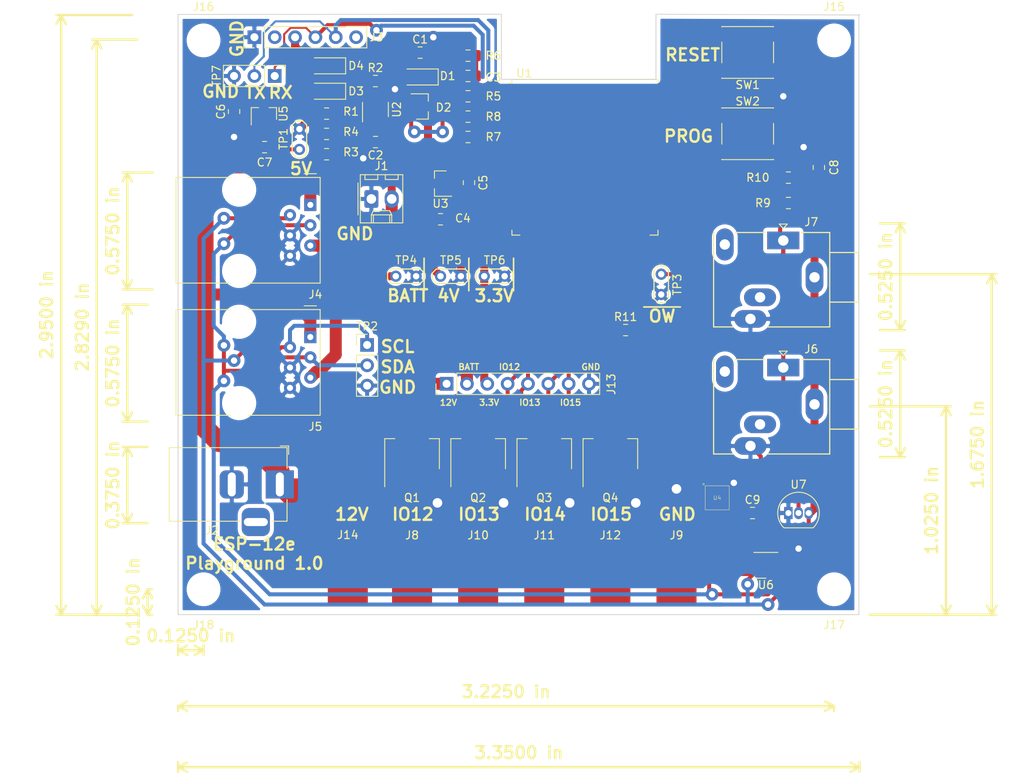
<source format=kicad_pcb>
(kicad_pcb (version 20171130) (host pcbnew "(5.1.0-0)")
  (layers (0 F.Cu signal) (31 B.Cu signal) (34 B.Paste user) (35 F.Paste user) (36 B.SilkS user) (37 F.SilkS user) (38 B.Mask user) (39 F.Mask user) (44 Edge.Cuts user))
  (net 0 "")
  (net 1 GND)
  (net 2 /MCP73831/VIN)
  (net 3 +3V3)
  (net 4 "Net-(R2-Pad1)")
  (net 5 "Net-(R3-Pad1)")
  (net 6 "Net-(U1-Pad9)")
  (net 7 "Net-(U1-Pad10)")
  (net 8 "Net-(U1-Pad11)")
  (net 9 "Net-(U6-Pad7)")
  (net 10 "Net-(U6-Pad3)")
  (net 11 "Net-(U6-Pad4)")
  (net 12 /RX)
  (net 13 /TX)
  (net 14 /DTR)
  (net 15 /CTS)
  (net 16 /ADC)
  (net 17 /MCP1703-33/VDD)
  (net 18 /VCC_FTDI)
  (net 19 +12V)
  (net 20 "Net-(J6-PadRN)")
  (net 21 "Net-(J6-PadTN)")
  (net 22 /IO2)
  (net 23 "Net-(J7-PadTN)")
  (net 24 "Net-(J7-PadRN)")
  (net 25 /MCP73831/V_STATUS)
  (net 26 /RST)
  (net 27 /EN)
  (net 28 /SDA)
  (net 29 /SCL)
  (net 30 "Net-(R10-Pad2)")
  (net 31 /IO14)
  (net 32 /IO12)
  (net 33 /IO13)
  (net 34 /IO15)
  (net 35 "Net-(J8-Pad1)")
  (net 36 "Net-(J10-Pad1)")
  (net 37 "Net-(J11-Pad1)")
  (net 38 "Net-(J12-Pad1)")
  (net 39 +BATT)
  (net 40 /MCP1703-50/5.0V)
  (net 41 "Net-(J15-Pad1)")
  (net 42 "Net-(J17-Pad1)")
  (net 43 "Net-(J18-Pad1)")
  (net 44 "Net-(J16-Pad1)")
  (net 45 "Net-(U1-Pad4)")
  (net 46 "Net-(U1-Pad5)")
  (net 47 /ONE1)
  (net 48 /ONE2)
  (net 49 "Net-(U1-Pad8)")
  (net 50 "Net-(U1-Pad17)")
  (net 51 "Net-(U1-Pad18)")
  (net 52 "Net-(U1-Pad19)")
  (net 53 "Net-(U1-Pad20)")
  (net 54 "Net-(U1-Pad22)")
  (net 55 "Net-(U1-Pad24)")
  (net 56 "Net-(U1-Pad25)")
  (net 57 "Net-(U1-Pad26)")
  (net 58 "Net-(U1-Pad27)")
  (net 59 "Net-(U1-Pad28)")
  (net 60 "Net-(U1-Pad29)")
  (net 61 "Net-(U1-Pad30)")
  (net 62 "Net-(U1-Pad31)")
  (net 63 "Net-(U1-Pad32)")
  (net 64 "Net-(U1-Pad37)")
  (module Resistor_SMD:R_0805_2012Metric_Pad1.15x1.40mm_HandSolder (layer F.Cu) (at 133.88 101.44)
    (fp_text reference R11 (at 0 -1.65) (layer F.SilkS))
    (fp_text value 10k)
    (pad 1 smd roundrect (at -1.025 0) (size 1.15 1.4) (layers F.Cu F.Paste F.Mask) (roundrect_rratio 0.217391) (net 34 /IO15))
    (pad 2 smd roundrect (at 1.025 0) (size 1.15 1.4) (layers F.Cu F.Paste F.Mask) (roundrect_rratio 0.217391) (net 1 GND))
  )
  (module Button_Switch_SMD:SW_SPST_PTS645 (layer F.Cu) (at 149.12 66.75 180)
    (fp_text reference SW1 (at 0 -4.05 180) (layer F.SilkS))
    (fp_text value RESET)
    (pad 2 smd rect (at 3.98 2.25 180) (size 1.55 1.3) (layers F.Cu F.Paste F.Mask) (net 26 /RST))
    (pad 1 smd rect (at 3.98 -2.25 180) (size 1.55 1.3) (layers F.Cu F.Paste F.Mask) (net 1 GND))
    (pad 1 smd rect (at -3.98 -2.25 180) (size 1.55 1.3) (layers F.Cu F.Paste F.Mask) (net 1 GND))
    (pad 2 smd rect (at -3.98 2.25 180) (size 1.55 1.3) (layers F.Cu F.Paste F.Mask) (net 26 /RST))
  )
  (module Button_Switch_SMD:SW_SPST_PTS645 (layer F.Cu) (at 149.12 76.91)
    (fp_text reference SW2 (at 0 -4.05) (layer F.SilkS))
    (fp_text value PROG)
    (pad 2 smd rect (at -3.98 2.25) (size 1.55 1.3) (layers F.Cu F.Paste F.Mask) (net 30 "Net-(R10-Pad2)"))
    (pad 1 smd rect (at -3.98 -2.25) (size 1.55 1.3) (layers F.Cu F.Paste F.Mask) (net 1 GND))
    (pad 1 smd rect (at 3.98 -2.25) (size 1.55 1.3) (layers F.Cu F.Paste F.Mask) (net 1 GND))
    (pad 2 smd rect (at 3.98 2.25) (size 1.55 1.3) (layers F.Cu F.Paste F.Mask) (net 30 "Net-(R10-Pad2)"))
  )
  (module Package_TO_SOT_SMD:SOT-23 (layer F.Cu) (at 108.48 73.5)
    (fp_text reference D2 (at 2.667 0.127) (layer F.SilkS))
    (fp_text value DMP1045U)
    (pad 1 smd rect (at -1 -0.95) (size 0.9 0.8) (layers F.Cu F.Paste F.Mask) (net 2 /MCP73831/VIN))
    (pad 2 smd rect (at -1 0.95) (size 0.9 0.8) (layers F.Cu F.Paste F.Mask) (net 39 +BATT))
    (pad 3 smd rect (at 1 0) (size 0.9 0.8) (layers F.Cu F.Paste F.Mask) (net 17 /MCP1703-33/VDD))
  )
  (module MountingHole:MountingHole_3.2mm_M3 (layer F.Cu) (at 81.175 65.245)
    (fp_text reference J16 (at 0 -4.2) (layer F.SilkS))
    (fp_text value hole)
    (pad 1 np_thru_hole circle (at 0 0) (size 3.2 3.2) (drill 3.2) (layers *.Cu *.Mask) (net 44 "Net-(J16-Pad1)"))
  )
  (module MountingHole:MountingHole_3.2mm_M3 (layer F.Cu) (at 81.175 133.825)
    (fp_text reference J18 (at 0 4.445) (layer F.SilkS))
    (fp_text value hole)
    (pad 1 np_thru_hole circle (at 0 0) (size 3.2 3.2) (drill 3.2) (layers *.Cu *.Mask) (net 43 "Net-(J18-Pad1)"))
  )
  (module MountingHole:MountingHole_3.2mm_M3 (layer F.Cu) (at 159.915 133.825)
    (fp_text reference J17 (at 0 4.445) (layer F.SilkS))
    (fp_text value hole)
    (pad 1 np_thru_hole circle (at 0 0) (size 3.2 3.2) (drill 3.2) (layers *.Cu *.Mask) (net 42 "Net-(J17-Pad1)"))
  )
  (module MountingHole:MountingHole_3.2mm_M3 (layer F.Cu) (at 159.915 65.245)
    (fp_text reference J15 (at 0 -4.2) (layer F.SilkS))
    (fp_text value hole)
    (pad 1 np_thru_hole circle (at 0 0) (size 3.2 3.2) (drill 3.2) (layers *.Cu *.Mask) (net 41 "Net-(J15-Pad1)"))
  )
  (module Capacitor_SMD:C_0805_2012Metric_Pad1.15x1.40mm_HandSolder (layer F.Cu) (at 149.725001 124.3)
    (fp_text reference C9 (at 0 -1.65) (layer F.SilkS))
    (fp_text value 10uF)
    (pad 2 smd roundrect (at 1.025 0) (size 1.15 1.4) (layers F.Cu F.Paste F.Mask) (roundrect_rratio 0.217391) (net 1 GND))
    (pad 1 smd roundrect (at -1.025 0) (size 1.15 1.4) (layers F.Cu F.Paste F.Mask) (roundrect_rratio 0.217391) (net 3 +3V3))
  )
  (module Capacitor_SMD:C_0805_2012Metric_Pad1.15x1.40mm_HandSolder (layer F.Cu) (at 158.01 81.12 90)
    (fp_text reference C8 (at 0 1.905 90) (layer F.SilkS))
    (fp_text value 10uF)
    (pad 2 smd roundrect (at 1.025 0 90) (size 1.15 1.4) (layers F.Cu F.Paste F.Mask) (roundrect_rratio 0.217391) (net 1 GND))
    (pad 1 smd roundrect (at -1.025 0 90) (size 1.15 1.4) (layers F.Cu F.Paste F.Mask) (roundrect_rratio 0.217391) (net 3 +3V3))
  )
  (module Connector_PinHeader_2.54mm:PinHeader_1x03_P2.54mm_Vertical (layer F.Cu) (at 90.065 69.69 270)
    (fp_text reference TP7 (at 0 7.261 270) (layer F.SilkS))
    (fp_text value Test_UART)
    (pad 3 thru_hole oval (at 0 5.08 270) (size 1.7 1.7) (drill 1) (layers *.Cu *.Mask) (net 1 GND))
    (pad 2 thru_hole oval (at 0 2.54 270) (size 1.7 1.7) (drill 1) (layers *.Cu *.Mask) (net 13 /TX))
    (pad 1 thru_hole rect (at 0 0 270) (size 1.7 1.7) (drill 1) (layers *.Cu *.Mask) (net 12 /RX))
  )
  (module Connector_PinHeader_2.54mm:PinHeader_1x03_P2.54mm_Vertical (layer F.Cu) (at 101.6 103.3)
    (fp_text reference TP2 (at 0 -2.33) (layer F.SilkS))
    (fp_text value Test_i2C)
    (pad 3 thru_hole oval (at 0 5.08) (size 1.7 1.7) (drill 1) (layers *.Cu *.Mask) (net 1 GND))
    (pad 2 thru_hole oval (at 0 2.54) (size 1.7 1.7) (drill 1) (layers *.Cu *.Mask) (net 28 /SDA))
    (pad 1 thru_hole rect (at 0 0) (size 1.7 1.7) (drill 1) (layers *.Cu *.Mask) (net 29 /SCL))
  )
  (module Connector_Wire:SolderWirePad_1x01_SMD_5x10mm (layer F.Cu) (at 99.190001 130.845001)
    (fp_text reference J14 (at 0 -3.81) (layer F.SilkS))
    (fp_text value +12V)
    (pad 1 smd rect (at 0 0) (size 5 10) (layers F.Cu F.Paste F.Mask) (net 19 +12V))
  )
  (module TestPoint:TestPoint_2Pads_Pitch2.54mm_Drill0.8mm (layer F.Cu) (at 110.766 94.709)
    (fp_text reference TP5 (at 1.3 -2) (layer F.SilkS))
    (fp_text value V_OUT)
    (pad 2 thru_hole circle (at 2.54 0) (size 1.4 1.4) (drill 0.8) (layers *.Cu *.Mask) (net 1 GND))
    (pad 1 thru_hole circle (at 0 0) (size 1.4 1.4) (drill 0.8) (layers *.Cu *.Mask) (net 17 /MCP1703-33/VDD))
  )
  (module TestPoint:TestPoint_2Pads_Pitch2.54mm_Drill0.8mm (layer F.Cu) (at 116.227 94.709)
    (fp_text reference TP6 (at 1.3 -2) (layer F.SilkS))
    (fp_text value 3.3V)
    (pad 2 thru_hole circle (at 2.54 0) (size 1.4 1.4) (drill 0.8) (layers *.Cu *.Mask) (net 1 GND))
    (pad 1 thru_hole circle (at 0 0) (size 1.4 1.4) (drill 0.8) (layers *.Cu *.Mask) (net 3 +3V3))
  )
  (module Connector_PinHeader_2.54mm:PinHeader_1x08_P2.54mm_Vertical (layer F.Cu) (at 111.528 108.152 90)
    (fp_text reference J13 (at -0.052 20.552 270) (layer F.SilkS))
    (fp_text value IO_RGBW)
    (pad 8 thru_hole oval (at 0 17.78 90) (size 1.7 1.7) (drill 1) (layers *.Cu *.Mask) (net 1 GND))
    (pad 7 thru_hole oval (at 0 15.24 90) (size 1.7 1.7) (drill 1) (layers *.Cu *.Mask) (net 34 /IO15))
    (pad 6 thru_hole oval (at 0 12.7 90) (size 1.7 1.7) (drill 1) (layers *.Cu *.Mask) (net 31 /IO14))
    (pad 5 thru_hole oval (at 0 10.16 90) (size 1.7 1.7) (drill 1) (layers *.Cu *.Mask) (net 33 /IO13))
    (pad 4 thru_hole oval (at 0 7.62 90) (size 1.7 1.7) (drill 1) (layers *.Cu *.Mask) (net 32 /IO12))
    (pad 3 thru_hole oval (at 0 5.08 90) (size 1.7 1.7) (drill 1) (layers *.Cu *.Mask) (net 3 +3V3))
    (pad 2 thru_hole oval (at 0 2.54 90) (size 1.7 1.7) (drill 1) (layers *.Cu *.Mask) (net 39 +BATT))
    (pad 1 thru_hole rect (at 0 0 90) (size 1.7 1.7) (drill 1) (layers *.Cu *.Mask) (net 19 +12V))
  )
  (module TestPoint:TestPoint_2Pads_Pitch2.54mm_Drill0.8mm (layer F.Cu) (at 138.325 94.455 270)
    (fp_text reference TP3 (at 1.3 -2 270) (layer F.SilkS))
    (fp_text value OneWire)
    (pad 2 thru_hole circle (at 2.54 0 270) (size 1.4 1.4) (drill 0.8) (layers *.Cu *.Mask) (net 1 GND))
    (pad 1 thru_hole circle (at 0 0 270) (size 1.4 1.4) (drill 0.8) (layers *.Cu *.Mask) (net 22 /IO2))
  )
  (module TestPoint:TestPoint_2Pads_Pitch2.54mm_Drill0.8mm (layer F.Cu) (at 105.178 94.709)
    (fp_text reference TP4 (at 1.3 -2) (layer F.SilkS))
    (fp_text value V_BAT)
    (pad 2 thru_hole circle (at 2.54 0) (size 1.4 1.4) (drill 0.8) (layers *.Cu *.Mask) (net 1 GND))
    (pad 1 thru_hole circle (at 0 0) (size 1.4 1.4) (drill 0.8) (layers *.Cu *.Mask) (net 39 +BATT))
  )
  (module Capacitor_SMD:C_0805_2012Metric_Pad1.15x1.40mm_HandSolder (layer F.Cu) (at 108.217 66.769)
    (fp_text reference C1 (at 0 -1.65) (layer F.SilkS))
    (fp_text value 10uF)
    (pad 2 smd roundrect (at 1.025 0) (size 1.15 1.4) (layers F.Cu F.Paste F.Mask) (roundrect_rratio 0.217391) (net 1 GND))
    (pad 1 smd roundrect (at -1.025 0) (size 1.15 1.4) (layers F.Cu F.Paste F.Mask) (roundrect_rratio 0.217391) (net 2 /MCP73831/VIN))
  )
  (module Connector_Wire:SolderWirePad_1x01_SMD_5x10mm (layer F.Cu) (at 140.23 130.885)
    (fp_text reference J9 (at 0 -3.81) (layer F.SilkS))
    (fp_text value Pad)
    (pad 1 smd rect (at 0 0) (size 5 10) (layers F.Cu F.Paste F.Mask) (net 1 GND))
  )
  (module Connector_Wire:SolderWirePad_1x01_SMD_5x10mm (layer F.Cu) (at 115.465 130.885)
    (fp_text reference J10 (at 0 -3.81) (layer F.SilkS))
    (fp_text value Green)
    (pad 1 smd rect (at 0 0) (size 5 10) (layers F.Cu F.Paste F.Mask) (net 36 "Net-(J10-Pad1)"))
  )
  (module Connector_Wire:SolderWirePad_1x01_SMD_5x10mm (layer F.Cu) (at 123.72 130.885)
    (fp_text reference J11 (at 0 -3.81) (layer F.SilkS))
    (fp_text value Blue)
    (pad 1 smd rect (at 0 0) (size 5 10) (layers F.Cu F.Paste F.Mask) (net 37 "Net-(J11-Pad1)"))
  )
  (module Connector_Wire:SolderWirePad_1x01_SMD_5x10mm (layer F.Cu) (at 131.975 130.885)
    (fp_text reference J12 (at 0 -3.81) (layer F.SilkS))
    (fp_text value White)
    (pad 1 smd rect (at 0 0) (size 5 10) (layers F.Cu F.Paste F.Mask) (net 38 "Net-(J12-Pad1)"))
  )
  (module Connector_Wire:SolderWirePad_1x01_SMD_5x10mm (layer F.Cu) (at 107.21 130.885)
    (fp_text reference J8 (at 0 -3.81) (layer F.SilkS))
    (fp_text value Red)
    (pad 1 smd rect (at 0 0) (size 5 10) (layers F.Cu F.Paste F.Mask) (net 35 "Net-(J8-Pad1)"))
  )
  (module Package_TO_SOT_SMD:SOT-223 (layer F.Cu) (at 115.465 116.915 90)
    (fp_text reference Q2 (at -5.48 0 180) (layer F.SilkS))
    (fp_text value BSP75)
    (pad 4 smd rect (at 3.15 0 90) (size 2 3.8) (layers F.Cu F.Paste F.Mask))
    (pad 2 smd rect (at -3.15 0 90) (size 2 1.5) (layers F.Cu F.Paste F.Mask) (net 36 "Net-(J10-Pad1)"))
    (pad 3 smd rect (at -3.15 2.3 90) (size 2 1.5) (layers F.Cu F.Paste F.Mask) (net 1 GND))
    (pad 1 smd rect (at -3.15 -2.3 90) (size 2 1.5) (layers F.Cu F.Paste F.Mask) (net 33 /IO13))
  )
  (module Package_TO_SOT_SMD:SOT-223 (layer F.Cu) (at 123.72 116.915 90)
    (fp_text reference Q3 (at -5.48 0 180) (layer F.SilkS))
    (fp_text value BSP75)
    (pad 4 smd rect (at 3.15 0 90) (size 2 3.8) (layers F.Cu F.Paste F.Mask))
    (pad 2 smd rect (at -3.15 0 90) (size 2 1.5) (layers F.Cu F.Paste F.Mask) (net 37 "Net-(J11-Pad1)"))
    (pad 3 smd rect (at -3.15 2.3 90) (size 2 1.5) (layers F.Cu F.Paste F.Mask) (net 1 GND))
    (pad 1 smd rect (at -3.15 -2.3 90) (size 2 1.5) (layers F.Cu F.Paste F.Mask) (net 31 /IO14))
  )
  (module Package_TO_SOT_SMD:SOT-223 (layer F.Cu) (at 131.975 116.915 90)
    (fp_text reference Q4 (at -5.48 0 180) (layer F.SilkS))
    (fp_text value BSP75)
    (pad 4 smd rect (at 3.15 0 90) (size 2 3.8) (layers F.Cu F.Paste F.Mask))
    (pad 2 smd rect (at -3.15 0 90) (size 2 1.5) (layers F.Cu F.Paste F.Mask) (net 38 "Net-(J12-Pad1)"))
    (pad 3 smd rect (at -3.15 2.3 90) (size 2 1.5) (layers F.Cu F.Paste F.Mask) (net 1 GND))
    (pad 1 smd rect (at -3.15 -2.3 90) (size 2 1.5) (layers F.Cu F.Paste F.Mask) (net 34 /IO15))
  )
  (module Package_TO_SOT_SMD:SOT-223 (layer F.Cu) (at 107.21 116.915 90)
    (fp_text reference Q1 (at -5.48 0 180) (layer F.SilkS))
    (fp_text value BSP75)
    (pad 4 smd rect (at 3.15 0 90) (size 2 3.8) (layers F.Cu F.Paste F.Mask))
    (pad 2 smd rect (at -3.15 0 90) (size 2 1.5) (layers F.Cu F.Paste F.Mask) (net 35 "Net-(J8-Pad1)"))
    (pad 3 smd rect (at -3.15 2.3 90) (size 2 1.5) (layers F.Cu F.Paste F.Mask) (net 1 GND))
    (pad 1 smd rect (at -3.15 -2.3 90) (size 2 1.5) (layers F.Cu F.Paste F.Mask) (net 32 /IO12))
  )
  (module Package_TO_SOT_THT:TO-92_Inline (layer F.Cu) (at 154.2 124.3)
    (fp_text reference U7 (at 1.27 -3.56) (layer F.SilkS))
    (fp_text value DS18B20)
    (pad 1 thru_hole rect (at 0 0) (size 1.05 1.5) (drill 0.75) (layers *.Cu *.Mask) (net 1 GND))
    (pad 3 thru_hole oval (at 2.54 0) (size 1.05 1.5) (drill 0.75) (layers *.Cu *.Mask) (net 3 +3V3))
    (pad 2 thru_hole oval (at 1.27 0) (size 1.05 1.5) (drill 0.75) (layers *.Cu *.Mask) (net 22 /IO2))
  )
  (module Capacitor_SMD:C_0805_2012Metric_Pad1.15x1.40mm_HandSolder (layer F.Cu) (at 102.647 77.945 180)
    (fp_text reference C2 (at 0 -1.65 180) (layer F.SilkS))
    (fp_text value 10uF)
    (pad 2 smd roundrect (at 1.025 0 180) (size 1.15 1.4) (layers F.Cu F.Paste F.Mask) (roundrect_rratio 0.217391) (net 1 GND))
    (pad 1 smd roundrect (at -1.025 0 180) (size 1.15 1.4) (layers F.Cu F.Paste F.Mask) (roundrect_rratio 0.217391) (net 39 +BATT))
  )
  (module Capacitor_SMD:C_0805_2012Metric_Pad1.15x1.40mm_HandSolder (layer F.Cu) (at 114.195 69.69 180)
    (fp_text reference C3 (at -3.175 -0.175 180) (layer F.SilkS))
    (fp_text value 100nF)
    (pad 2 smd roundrect (at 1.025 0 180) (size 1.15 1.4) (layers F.Cu F.Paste F.Mask) (roundrect_rratio 0.217391) (net 1 GND))
    (pad 1 smd roundrect (at -1.025 0 180) (size 1.15 1.4) (layers F.Cu F.Paste F.Mask) (roundrect_rratio 0.217391) (net 16 /ADC))
  )
  (module Capacitor_SMD:C_0805_2012Metric_Pad1.15x1.40mm_HandSolder (layer F.Cu) (at 110.766 87.597 180)
    (fp_text reference C4 (at -2.794 0.127 180) (layer F.SilkS))
    (fp_text value 1uF)
    (pad 2 smd roundrect (at 1.025 0 180) (size 1.15 1.4) (layers F.Cu F.Paste F.Mask) (roundrect_rratio 0.217391) (net 17 /MCP1703-33/VDD))
    (pad 1 smd roundrect (at -1.025 0 180) (size 1.15 1.4) (layers F.Cu F.Paste F.Mask) (roundrect_rratio 0.217391) (net 1 GND))
  )
  (module Capacitor_SMD:C_0805_2012Metric_Pad1.15x1.40mm_HandSolder (layer F.Cu) (at 114.322 83.025 90)
    (fp_text reference C5 (at 0 1.778 90) (layer F.SilkS))
    (fp_text value 1uF)
    (pad 2 smd roundrect (at 1.025 0 90) (size 1.15 1.4) (layers F.Cu F.Paste F.Mask) (roundrect_rratio 0.217391) (net 3 +3V3))
    (pad 1 smd roundrect (at -1.025 0 90) (size 1.15 1.4) (layers F.Cu F.Paste F.Mask) (roundrect_rratio 0.217391) (net 1 GND))
  )
  (module Diode_SMD:D_SOD-123 (layer F.Cu) (at 108.226 69.817 180)
    (fp_text reference D1 (at -3.429 0.127 180) (layer F.SilkS))
    (fp_text value D_Schottky)
    (pad 2 smd rect (at 1.65 0 180) (size 0.9 1.2) (layers F.Cu F.Paste F.Mask) (net 2 /MCP73831/VIN))
    (pad 1 smd rect (at -1.65 0 180) (size 0.9 1.2) (layers F.Cu F.Paste F.Mask) (net 17 /MCP1703-33/VDD))
  )
  (module Connector_Molex:Molex_KK-254_AE-6410-02A_1x02_P2.54mm_Vertical (layer F.Cu) (at 102.13 85.057)
    (fp_text reference J1 (at 1.27 -4.12) (layer F.SilkS))
    (fp_text value BATT)
    (pad 2 thru_hole oval (at 2.54 0) (size 1.74 2.2) (drill 1.2) (layers *.Cu *.Mask) (net 39 +BATT))
    (pad 1 thru_hole roundrect (at 0 0) (size 1.74 2.2) (drill 1.2) (layers *.Cu *.Mask) (roundrect_rratio 0.143678) (net 1 GND))
  )
  (module Resistor_SMD:R_0805_2012Metric_Pad1.15x1.40mm_HandSolder (layer F.Cu) (at 96.542 74.389 180)
    (fp_text reference R1 (at -3.048 0.254 180) (layer F.SilkS))
    (fp_text value 100k)
    (pad 2 smd roundrect (at 1.025 0 180) (size 1.15 1.4) (layers F.Cu F.Paste F.Mask) (roundrect_rratio 0.217391) (net 1 GND))
    (pad 1 smd roundrect (at -1.025 0 180) (size 1.15 1.4) (layers F.Cu F.Paste F.Mask) (roundrect_rratio 0.217391) (net 2 /MCP73831/VIN))
  )
  (module Resistor_SMD:R_0805_2012Metric_Pad1.15x1.40mm_HandSolder (layer F.Cu) (at 102.638 70.325)
    (fp_text reference R2 (at 0 -1.65) (layer F.SilkS))
    (fp_text value 10k)
    (pad 2 smd roundrect (at 1.025 0) (size 1.15 1.4) (layers F.Cu F.Paste F.Mask) (roundrect_rratio 0.217391) (net 1 GND))
    (pad 1 smd roundrect (at -1.025 0) (size 1.15 1.4) (layers F.Cu F.Paste F.Mask) (roundrect_rratio 0.217391) (net 4 "Net-(R2-Pad1)"))
  )
  (module Resistor_SMD:R_0805_2012Metric_Pad1.15x1.40mm_HandSolder (layer F.Cu) (at 96.542 79.469 180)
    (fp_text reference R3 (at -3.048 0.254 180) (layer F.SilkS))
    (fp_text value 10k)
    (pad 2 smd roundrect (at 1.025 0 180) (size 1.15 1.4) (layers F.Cu F.Paste F.Mask) (roundrect_rratio 0.217391) (net 25 /MCP73831/V_STATUS))
    (pad 1 smd roundrect (at -1.025 0 180) (size 1.15 1.4) (layers F.Cu F.Paste F.Mask) (roundrect_rratio 0.217391) (net 5 "Net-(R3-Pad1)"))
  )
  (module Resistor_SMD:R_0805_2012Metric_Pad1.15x1.40mm_HandSolder (layer F.Cu) (at 96.542 76.929)
    (fp_text reference R4 (at 3.048 -0.254) (layer F.SilkS))
    (fp_text value 10k)
    (pad 2 smd roundrect (at 1.025 0) (size 1.15 1.4) (layers F.Cu F.Paste F.Mask) (roundrect_rratio 0.217391) (net 2 /MCP73831/VIN))
    (pad 1 smd roundrect (at -1.025 0) (size 1.15 1.4) (layers F.Cu F.Paste F.Mask) (roundrect_rratio 0.217391) (net 25 /MCP73831/V_STATUS))
  )
  (module Resistor_SMD:R_0805_2012Metric_Pad1.15x1.40mm_HandSolder (layer F.Cu) (at 114.195 72.23)
    (fp_text reference R5 (at 3.175 0) (layer F.SilkS))
    (fp_text value 1M)
    (pad 2 smd roundrect (at 1.025 0) (size 1.15 1.4) (layers F.Cu F.Paste F.Mask) (roundrect_rratio 0.217391) (net 16 /ADC))
    (pad 1 smd roundrect (at -1.025 0) (size 1.15 1.4) (layers F.Cu F.Paste F.Mask) (roundrect_rratio 0.217391) (net 39 +BATT))
  )
  (module Resistor_SMD:R_0805_2012Metric_Pad1.15x1.40mm_HandSolder (layer F.Cu) (at 114.195 67.15 180)
    (fp_text reference R6 (at -3.175 0 180) (layer F.SilkS))
    (fp_text value 270k)
    (pad 2 smd roundrect (at 1.025 0 180) (size 1.15 1.4) (layers F.Cu F.Paste F.Mask) (roundrect_rratio 0.217391) (net 1 GND))
    (pad 1 smd roundrect (at -1.025 0 180) (size 1.15 1.4) (layers F.Cu F.Paste F.Mask) (roundrect_rratio 0.217391) (net 16 /ADC))
  )
  (module Package_TO_SOT_SMD:SOT-23-5 (layer F.Cu) (at 102.638 73.881 90)
    (fp_text reference U2 (at 0 2.667 90) (layer F.SilkS))
    (fp_text value MCP73831-2)
    (pad 5 smd rect (at 1.1 -0.95 90) (size 1.06 0.65) (layers F.Cu F.Paste F.Mask) (net 4 "Net-(R2-Pad1)"))
    (pad 4 smd rect (at 1.1 0.95 90) (size 1.06 0.65) (layers F.Cu F.Paste F.Mask) (net 2 /MCP73831/VIN))
    (pad 3 smd rect (at -1.1 0.95 90) (size 1.06 0.65) (layers F.Cu F.Paste F.Mask) (net 39 +BATT))
    (pad 2 smd rect (at -1.1 0 90) (size 1.06 0.65) (layers F.Cu F.Paste F.Mask) (net 1 GND))
    (pad 1 smd rect (at -1.1 -0.95 90) (size 1.06 0.65) (layers F.Cu F.Paste F.Mask) (net 5 "Net-(R3-Pad1)"))
  )
  (module Package_TO_SOT_SMD:SOT-23 (layer F.Cu) (at 110.766 83.133 180)
    (fp_text reference U3 (at 0 -2.5 180) (layer F.SilkS))
    (fp_text value MCP1703-33)
    (pad 3 smd rect (at 1 0 180) (size 0.9 0.8) (layers F.Cu F.Paste F.Mask) (net 17 /MCP1703-33/VDD))
    (pad 2 smd rect (at -1 0.95 180) (size 0.9 0.8) (layers F.Cu F.Paste F.Mask) (net 3 +3V3))
    (pad 1 smd rect (at -1 -0.95 180) (size 0.9 0.8) (layers F.Cu F.Paste F.Mask) (net 1 GND))
  )
  (module Connector_BarrelJack:BarrelJack_Horizontal (layer F.Cu) (at 90.7 120.725)
    (fp_text reference J2 (at -8.45 5.75) (layer F.SilkS))
    (fp_text value "5 / 12V")
    (pad 1 thru_hole rect (at 0 0) (size 3.5 3.5) (drill oval 1 3) (layers *.Cu *.Mask) (net 19 +12V))
    (pad 2 thru_hole roundrect (at -6 0) (size 3 3.5) (drill oval 1 3) (layers *.Cu *.Mask) (net 1 GND))
    (pad 3 thru_hole roundrect (at -3 4.7) (size 3.5 3.5) (drill oval 3 1) (layers *.Cu *.Mask))
  )
  (module Package_DFN_QFN:DFN-6-1EP_3x3mm_P1mm_EP1.5x2.4mm (layer F.Cu) (at 151.39 130.83 180)
    (fp_text reference U6 (at 0 -2.45 180) (layer F.SilkS))
    (fp_text value Si7020-A20)
    (pad 7 smd roundrect (at 0 0 180) (size 1.5 2.4) (layers F.Cu F.Mask) (roundrect_rratio 0.166667) (net 9 "Net-(U6-Pad7)"))
    (pad 1 smd roundrect (at -1.45 -1 180) (size 0.8 0.4) (layers F.Cu F.Paste F.Mask) (net 28 /SDA))
    (pad 2 smd roundrect (at -1.45 0 180) (size 0.8 0.4) (layers F.Cu F.Paste F.Mask) (net 1 GND))
    (pad 3 smd roundrect (at -1.45 1 180) (size 0.8 0.4) (layers F.Cu F.Paste F.Mask) (net 10 "Net-(U6-Pad3)"))
    (pad 4 smd roundrect (at 1.45 1 180) (size 0.8 0.4) (layers F.Cu F.Paste F.Mask) (net 11 "Net-(U6-Pad4)"))
    (pad 5 smd roundrect (at 1.45 0 180) (size 0.8 0.4) (layers F.Cu F.Paste F.Mask) (net 3 +3V3))
    (pad 6 smd roundrect (at 1.45 -1 180) (size 0.8 0.4) (layers F.Cu F.Paste F.Mask) (net 29 /SCL))
  )
  (module Connector_PinHeader_2.54mm:PinHeader_1x06_P2.54mm_Vertical (layer F.Cu) (at 87.525 64.845 90)
    (fp_text reference J3 (at 0 15.24 180) (layer F.SilkS))
    (fp_text value "CONN FT232RL")
    (pad 6 thru_hole oval (at 0 12.7 90) (size 1.7 1.7) (drill 1) (layers *.Cu *.Mask) (net 14 /DTR))
    (pad 5 thru_hole oval (at 0 10.16 90) (size 1.7 1.7) (drill 1) (layers *.Cu *.Mask) (net 13 /TX))
    (pad 4 thru_hole oval (at 0 7.62 90) (size 1.7 1.7) (drill 1) (layers *.Cu *.Mask) (net 12 /RX))
    (pad 3 thru_hole oval (at 0 5.08 90) (size 1.7 1.7) (drill 1) (layers *.Cu *.Mask) (net 18 /VCC_FTDI))
    (pad 2 thru_hole oval (at 0 2.54 90) (size 1.7 1.7) (drill 1) (layers *.Cu *.Mask) (net 15 /CTS))
    (pad 1 thru_hole rect (at 0 0 90) (size 1.7 1.7) (drill 1) (layers *.Cu *.Mask) (net 1 GND))
  )
  (module Connector_RJ:RJ12_Amphenol_54601 (layer F.Cu) (at 94.51 85.8 270)
    (fp_text reference J4 (at 11.195 -0.635) (layer F.SilkS))
    (fp_text value RJ12-I2C)
    (pad "" np_thru_hole circle (at 8.25 8.89 270) (size 3.25 3.25) (drill 3.25) (layers *.Cu *.Mask))
    (pad 6 thru_hole circle (at 6.35 2.54 270) (size 1.52 1.52) (drill 0.76) (layers *.Cu *.Mask) (net 1 GND))
    (pad 5 thru_hole circle (at 5.08 0 270) (size 1.52 1.52) (drill 0.76) (layers *.Cu *.Mask) (net 39 +BATT))
    (pad 4 thru_hole circle (at 3.81 2.54 270) (size 1.52 1.52) (drill 0.76) (layers *.Cu *.Mask) (net 1 GND))
    (pad 3 thru_hole circle (at 2.54 0 270) (size 1.52 1.52) (drill 0.76) (layers *.Cu *.Mask) (net 28 /SDA))
    (pad 2 thru_hole circle (at 1.27 2.54 270) (size 1.52 1.52) (drill 0.76) (layers *.Cu *.Mask) (net 29 /SCL))
    (pad "" np_thru_hole circle (at -1.91 8.89 270) (size 3.25 3.25) (drill 3.25) (layers *.Cu *.Mask))
    (pad 1 thru_hole rect (at 0 0 270) (size 1.52 1.52) (drill 0.76) (layers *.Cu *.Mask) (net 19 +12V))
  )
  (module Connector_RJ:RJ12_Amphenol_54601 (layer F.Cu) (at 94.51 102.31 270)
    (fp_text reference J5 (at 11.195 -0.635) (layer F.SilkS))
    (fp_text value RJ12-I2C)
    (pad "" np_thru_hole circle (at 8.25 8.89 270) (size 3.25 3.25) (drill 3.25) (layers *.Cu *.Mask))
    (pad 6 thru_hole circle (at 6.35 2.54 270) (size 1.52 1.52) (drill 0.76) (layers *.Cu *.Mask) (net 1 GND))
    (pad 5 thru_hole circle (at 5.08 0 270) (size 1.52 1.52) (drill 0.76) (layers *.Cu *.Mask) (net 39 +BATT))
    (pad 4 thru_hole circle (at 3.81 2.54 270) (size 1.52 1.52) (drill 0.76) (layers *.Cu *.Mask) (net 1 GND))
    (pad 3 thru_hole circle (at 2.54 0 270) (size 1.52 1.52) (drill 0.76) (layers *.Cu *.Mask) (net 28 /SDA))
    (pad 2 thru_hole circle (at 1.27 2.54 270) (size 1.52 1.52) (drill 0.76) (layers *.Cu *.Mask) (net 29 /SCL))
    (pad "" np_thru_hole circle (at -1.91 8.89 270) (size 3.25 3.25) (drill 3.25) (layers *.Cu *.Mask))
    (pad 1 thru_hole rect (at 0 0 270) (size 1.52 1.52) (drill 0.76) (layers *.Cu *.Mask) (net 19 +12V))
  )
  (module Resistor_SMD:R_0805_2012Metric_Pad1.15x1.40mm_HandSolder (layer F.Cu) (at 114.195 77.31)
    (fp_text reference R7 (at 3.175 0) (layer F.SilkS))
    (fp_text value 10k)
    (pad 2 smd roundrect (at 1.025 0) (size 1.15 1.4) (layers F.Cu F.Paste F.Mask) (roundrect_rratio 0.217391) (net 26 /RST))
    (pad 1 smd roundrect (at -1.025 0) (size 1.15 1.4) (layers F.Cu F.Paste F.Mask) (roundrect_rratio 0.217391) (net 3 +3V3))
  )
  (module TestPoint:TestPoint_2Pads_Pitch2.54mm_Drill0.8mm (layer F.Cu) (at 93.15 78.865 90)
    (fp_text reference TP1 (at 1.3 -2 90) (layer F.SilkS))
    (fp_text value 5V)
    (pad 2 thru_hole circle (at 2.54 0 90) (size 1.4 1.4) (drill 0.8) (layers *.Cu *.Mask) (net 1 GND))
    (pad 1 thru_hole circle (at 0 0 90) (size 1.4 1.4) (drill 0.8) (layers *.Cu *.Mask) (net 40 /MCP1703-50/5.0V))
  )
  (module Capacitor_SMD:C_0805_2012Metric_Pad1.15x1.40mm_HandSolder (layer F.Cu) (at 84.985 74.135 90)
    (fp_text reference C6 (at 0 -1.65 90) (layer F.SilkS))
    (fp_text value 1uF)
    (pad 2 smd roundrect (at 1.025 0 90) (size 1.15 1.4) (layers F.Cu F.Paste F.Mask) (roundrect_rratio 0.217391) (net 19 +12V))
    (pad 1 smd roundrect (at -1.025 0 90) (size 1.15 1.4) (layers F.Cu F.Paste F.Mask) (roundrect_rratio 0.217391) (net 1 GND))
  )
  (module Capacitor_SMD:C_0805_2012Metric_Pad1.15x1.40mm_HandSolder (layer F.Cu) (at 88.795 78.58)
    (fp_text reference C7 (at 0 1.905) (layer F.SilkS))
    (fp_text value 1uF)
    (pad 2 smd roundrect (at 1.025 0) (size 1.15 1.4) (layers F.Cu F.Paste F.Mask) (roundrect_rratio 0.217391) (net 40 /MCP1703-50/5.0V))
    (pad 1 smd roundrect (at -1.025 0) (size 1.15 1.4) (layers F.Cu F.Paste F.Mask) (roundrect_rratio 0.217391) (net 1 GND))
  )
  (module Diode_SMD:D_SOD-123 (layer F.Cu) (at 96.669 71.595 180)
    (fp_text reference D3 (at -3.556 0 180) (layer F.SilkS))
    (fp_text value D_Schottky)
    (pad 2 smd rect (at 1.65 0 180) (size 0.9 1.2) (layers F.Cu F.Paste F.Mask) (net 40 /MCP1703-50/5.0V))
    (pad 1 smd rect (at -1.65 0 180) (size 0.9 1.2) (layers F.Cu F.Paste F.Mask) (net 2 /MCP73831/VIN))
  )
  (module Diode_SMD:D_SOD-123 (layer F.Cu) (at 96.669 68.42 180)
    (fp_text reference D4 (at -3.556 0 180) (layer F.SilkS))
    (fp_text value D_Schottky)
    (pad 2 smd rect (at 1.65 0 180) (size 0.9 1.2) (layers F.Cu F.Paste F.Mask) (net 18 /VCC_FTDI))
    (pad 1 smd rect (at -1.65 0 180) (size 0.9 1.2) (layers F.Cu F.Paste F.Mask) (net 2 /MCP73831/VIN))
  )
  (module Connector_Audio:Jack_3.5mm_Ledino_KB3SPRS_Horizontal (layer F.Cu) (at 153.565 106.12 180)
    (fp_text reference J6 (at -3.5 2.3 180) (layer F.SilkS))
    (fp_text value Onewire)
    (pad S thru_hole oval (at -3.9 -4.6 180) (size 2.2 4) (drill 1.3) (layers *.Cu *.Mask) (net 3 +3V3))
    (pad R thru_hole oval (at 4.1 -9.8 180) (size 4 2.2) (drill 1.3) (layers *.Cu *.Mask) (net 1 GND))
    (pad RN thru_hole oval (at 2.9 -7.1 180) (size 4 2.2) (drill 1.3) (layers *.Cu *.Mask) (net 20 "Net-(J6-PadRN)"))
    (pad TN thru_hole oval (at 7.3 -0.5 270) (size 4 2.2) (drill 1.3) (layers *.Cu *.Mask) (net 21 "Net-(J6-PadTN)"))
    (pad T thru_hole rect (at 0 0 180) (size 4 2.2) (drill 1.3) (layers *.Cu *.Mask) (net 22 /IO2))
  )
  (module Connector_Audio:Jack_3.5mm_Ledino_KB3SPRS_Horizontal (layer F.Cu) (at 153.565 90.245 180)
    (fp_text reference J7 (at -3.5 2.3 180) (layer F.SilkS))
    (fp_text value Onewire)
    (pad S thru_hole oval (at -3.9 -4.6 180) (size 2.2 4) (drill 1.3) (layers *.Cu *.Mask) (net 3 +3V3))
    (pad R thru_hole oval (at 4.1 -9.8 180) (size 4 2.2) (drill 1.3) (layers *.Cu *.Mask) (net 1 GND))
    (pad RN thru_hole oval (at 2.9 -7.1 180) (size 4 2.2) (drill 1.3) (layers *.Cu *.Mask) (net 24 "Net-(J7-PadRN)"))
    (pad TN thru_hole oval (at 7.3 -0.5 270) (size 4 2.2) (drill 1.3) (layers *.Cu *.Mask) (net 23 "Net-(J7-PadTN)"))
    (pad T thru_hole rect (at 0 0 180) (size 4 2.2) (drill 1.3) (layers *.Cu *.Mask) (net 22 /IO2))
  )
  (module Resistor_SMD:R_0805_2012Metric_Pad1.15x1.40mm_HandSolder (layer F.Cu) (at 114.195 74.77)
    (fp_text reference R8 (at 3.175 0) (layer F.SilkS))
    (fp_text value 10k)
    (pad 2 smd roundrect (at 1.025 0) (size 1.15 1.4) (layers F.Cu F.Paste F.Mask) (roundrect_rratio 0.217391) (net 27 /EN))
    (pad 1 smd roundrect (at -1.025 0) (size 1.15 1.4) (layers F.Cu F.Paste F.Mask) (roundrect_rratio 0.217391) (net 3 +3V3))
  )
  (module Resistor_SMD:R_0805_2012Metric_Pad1.15x1.40mm_HandSolder (layer F.Cu) (at 154.2 85.565 180)
    (fp_text reference R9 (at 3.175 0 180) (layer F.SilkS))
    (fp_text value 4.7k)
    (pad 2 smd roundrect (at 1.025 0 180) (size 1.15 1.4) (layers F.Cu F.Paste F.Mask) (roundrect_rratio 0.217391) (net 22 /IO2))
    (pad 1 smd roundrect (at -1.025 0 180) (size 1.15 1.4) (layers F.Cu F.Paste F.Mask) (roundrect_rratio 0.217391) (net 3 +3V3))
  )
  (module Resistor_SMD:R_0805_2012Metric_Pad1.15x1.40mm_HandSolder (layer F.Cu) (at 154.2 82.39 180)
    (fp_text reference R10 (at 3.81 0 180) (layer F.SilkS))
    (fp_text value 10k)
    (pad 2 smd roundrect (at 1.025 0 180) (size 1.15 1.4) (layers F.Cu F.Paste F.Mask) (roundrect_rratio 0.217391) (net 30 "Net-(R10-Pad2)"))
    (pad 1 smd roundrect (at -1.025 0 180) (size 1.15 1.4) (layers F.Cu F.Paste F.Mask) (roundrect_rratio 0.217391) (net 3 +3V3))
  )
  (module Package_TO_SOT_SMD:SOT-23 (layer F.Cu) (at 88.71 74.405 90)
    (fp_text reference U5 (at 0 2.44 90) (layer F.SilkS))
    (fp_text value MCP1703-50)
    (pad 3 smd rect (at 1 0 90) (size 0.9 0.8) (layers F.Cu F.Paste F.Mask) (net 19 +12V))
    (pad 2 smd rect (at -1 0.95 90) (size 0.9 0.8) (layers F.Cu F.Paste F.Mask) (net 40 /MCP1703-50/5.0V))
    (pad 1 smd rect (at -1 -0.95 90) (size 0.9 0.8) (layers F.Cu F.Paste F.Mask) (net 1 GND))
  )
  (module hackuarium:MS5637 (layer F.Cu) (at 145.31 122.395)
    (fp_text reference U4 (at 0 0) (layer F.SilkS) (effects (font (size 0.5 0.5) (thickness 0.05))))
    (fp_text value MS5637)
    (pad 4 smd rect (at 1 -1) (size 0.8 0.8) (layers F.Cu F.Paste F.Mask) (net 1 GND))
    (pad 3 smd rect (at 1 1) (size 0.8 0.8) (layers F.Cu F.Paste F.Mask) (net 29 /SCL))
    (pad 2 smd rect (at -1 1) (size 0.8 0.8) (layers F.Cu F.Paste F.Mask) (net 28 /SDA))
    (pad 1 smd rect (at -1 -1) (size 0.8 0.8) (layers F.Cu F.Paste F.Mask) (net 3 +3V3))
  )
  (module RF_Module:ESP32-WROOM-32U (layer F.Cu) (at 128.8 79.85)
    (fp_text reference U1 (at -7.58 -10.5 180) (layer F.SilkS))
    (fp_text value ESP32-WROOM-32U)
    (pad 39 smd rect (at -1 -0.755) (size 5 5) (layers F.Cu F.Paste F.Mask))
    (pad 1 smd rect (at -8.5 -8.255) (size 2 0.9) (layers F.Cu F.Paste F.Mask) (net 1 GND))
    (pad 2 smd rect (at -8.5 -6.985) (size 2 0.9) (layers F.Cu F.Paste F.Mask) (net 3 +3V3))
    (pad 3 smd rect (at -8.5 -5.715) (size 2 0.9) (layers F.Cu F.Paste F.Mask) (net 26 /RST))
    (pad 4 smd rect (at -8.5 -4.445) (size 2 0.9) (layers F.Cu F.Paste F.Mask) (net 45 "Net-(U1-Pad4)"))
    (pad 5 smd rect (at -8.5 -3.175) (size 2 0.9) (layers F.Cu F.Paste F.Mask) (net 46 "Net-(U1-Pad5)"))
    (pad 6 smd rect (at -8.5 -1.905) (size 2 0.9) (layers F.Cu F.Paste F.Mask) (net 47 /ONE1))
    (pad 7 smd rect (at -8.5 -0.635) (size 2 0.9) (layers F.Cu F.Paste F.Mask) (net 48 /ONE2))
    (pad 8 smd rect (at -8.5 0.635) (size 2 0.9) (layers F.Cu F.Paste F.Mask) (net 49 "Net-(U1-Pad8)"))
    (pad 9 smd rect (at -8.5 1.905) (size 2 0.9) (layers F.Cu F.Paste F.Mask) (net 6 "Net-(U1-Pad9)"))
    (pad 10 smd rect (at -8.5 3.175) (size 2 0.9) (layers F.Cu F.Paste F.Mask) (net 7 "Net-(U1-Pad10)"))
    (pad 11 smd rect (at -8.5 4.445) (size 2 0.9) (layers F.Cu F.Paste F.Mask) (net 8 "Net-(U1-Pad11)"))
    (pad 12 smd rect (at -8.5 5.715) (size 2 0.9) (layers F.Cu F.Paste F.Mask) (net 16 /ADC))
    (pad 13 smd rect (at -8.5 6.985) (size 2 0.9) (layers F.Cu F.Paste F.Mask) (net 31 /IO14))
    (pad 14 smd rect (at -8.5 8.255) (size 2 0.9) (layers F.Cu F.Paste F.Mask) (net 32 /IO12))
    (pad 15 smd rect (at -5.715 9.255 270) (size 2 0.9) (layers F.Cu F.Paste F.Mask) (net 1 GND))
    (pad 16 smd rect (at -4.445 9.255 90) (size 2 0.9) (layers F.Cu F.Paste F.Mask) (net 33 /IO13))
    (pad 17 smd rect (at -3.175 9.255 90) (size 2 0.9) (layers F.Cu F.Paste F.Mask) (net 50 "Net-(U1-Pad17)"))
    (pad 18 smd rect (at -1.905 9.255 90) (size 2 0.9) (layers F.Cu F.Paste F.Mask) (net 51 "Net-(U1-Pad18)"))
    (pad 19 smd rect (at -0.635 9.255 90) (size 2 0.9) (layers F.Cu F.Paste F.Mask) (net 52 "Net-(U1-Pad19)"))
    (pad 20 smd rect (at 0.635 9.255 90) (size 2 0.9) (layers F.Cu F.Paste F.Mask) (net 53 "Net-(U1-Pad20)"))
    (pad 21 smd rect (at 1.905 9.255 90) (size 2 0.9) (layers F.Cu F.Paste F.Mask) (net 30 "Net-(R10-Pad2)"))
    (pad 22 smd rect (at 3.175 9.255 90) (size 2 0.9) (layers F.Cu F.Paste F.Mask) (net 54 "Net-(U1-Pad22)"))
    (pad 23 smd rect (at 4.445 9.255 90) (size 2 0.9) (layers F.Cu F.Paste F.Mask) (net 34 /IO15))
    (pad 24 smd rect (at 5.715 9.255 90) (size 2 0.9) (layers F.Cu F.Paste F.Mask) (net 55 "Net-(U1-Pad24)"))
    (pad 25 smd rect (at 8.5 8.255) (size 2 0.9) (layers F.Cu F.Paste F.Mask) (net 56 "Net-(U1-Pad25)"))
    (pad 26 smd rect (at 8.5 6.985) (size 2 0.9) (layers F.Cu F.Paste F.Mask) (net 57 "Net-(U1-Pad26)"))
    (pad 27 smd rect (at 8.5 5.715) (size 2 0.9) (layers F.Cu F.Paste F.Mask) (net 58 "Net-(U1-Pad27)"))
    (pad 28 smd rect (at 8.5 4.445) (size 2 0.9) (layers F.Cu F.Paste F.Mask) (net 59 "Net-(U1-Pad28)"))
    (pad 29 smd rect (at 8.5 3.175) (size 2 0.9) (layers F.Cu F.Paste F.Mask) (net 60 "Net-(U1-Pad29)"))
    (pad 30 smd rect (at 8.5 1.905) (size 2 0.9) (layers F.Cu F.Paste F.Mask) (net 61 "Net-(U1-Pad30)"))
    (pad 31 smd rect (at 8.5 0.635) (size 2 0.9) (layers F.Cu F.Paste F.Mask) (net 62 "Net-(U1-Pad31)"))
    (pad 32 smd rect (at 8.5 -0.635) (size 2 0.9) (layers F.Cu F.Paste F.Mask) (net 63 "Net-(U1-Pad32)"))
    (pad 33 smd rect (at 8.5 -1.905) (size 2 0.9) (layers F.Cu F.Paste F.Mask) (net 28 /SDA))
    (pad 34 smd rect (at 8.5 -3.175) (size 2 0.9) (layers F.Cu F.Paste F.Mask) (net 12 /RX))
    (pad 35 smd rect (at 8.5 -4.445) (size 2 0.9) (layers F.Cu F.Paste F.Mask) (net 13 /TX))
    (pad 36 smd rect (at 8.5 -5.715) (size 2 0.9) (layers F.Cu F.Paste F.Mask) (net 29 /SCL))
    (pad 37 smd rect (at 8.5 -6.985) (size 2 0.9) (layers F.Cu F.Paste F.Mask) (net 64 "Net-(U1-Pad37)"))
    (pad 38 smd rect (at 8.5 -8.255) (size 2 0.9) (layers F.Cu F.Paste F.Mask) (net 1 GND))
  )
  (gr_line (start 163.09 62.07) (end 137.668 61.976) (layer Edge.Cuts) (width 0.1))
  (dimension 71.856079 (width 0.3) (layer F.SilkS) (gr_text "2.8290 in" (at 65.74 101.07196 90) (layer F.SilkS) (effects (font (size 1.5 1.5) (thickness 0.3)))) (feature1 (pts (xy 72.92 65.143921) (xy 67.253579 65.143921))) (feature2 (pts (xy 72.92 137) (xy 67.253579 137))) (crossbar (pts (xy 67.84 137) (xy 67.84 65.143921))) (arrow1a (pts (xy 67.84 65.143921) (xy 68.426421 66.270425))) (arrow1b (pts (xy 67.84 65.143921) (xy 67.253579 66.270425))) (arrow2a (pts (xy 67.84 137) (xy 68.426421 135.873496))) (arrow2b (pts (xy 67.84 137) (xy 67.253579 135.873496))))
  (dimension 42.545 (width 0.3) (layer F.SilkS) (gr_text "1.6750 in" (at 181.7 115.7275 90) (layer F.SilkS) (effects (font (size 1.5 1.5) (thickness 0.3)))) (feature1 (pts (xy 164.36 94.455) (xy 180.186421 94.455))) (feature2 (pts (xy 164.36 137) (xy 180.186421 137))) (crossbar (pts (xy 179.6 137) (xy 179.6 94.455))) (arrow1a (pts (xy 179.6 94.455) (xy 180.186421 95.581504))) (arrow1b (pts (xy 179.6 94.455) (xy 179.013579 95.581504))) (arrow2a (pts (xy 179.6 137) (xy 180.186421 135.873496))) (arrow2b (pts (xy 179.6 137) (xy 179.013579 135.873496))))
  (dimension 26.035 (width 0.3) (layer F.SilkS) (gr_text "1.0250 in" (at 175.985 123.9825 90) (layer F.SilkS) (effects (font (size 1.5 1.5) (thickness 0.3)))) (feature1 (pts (xy 164.36 110.965) (xy 174.471421 110.965))) (feature2 (pts (xy 164.36 137) (xy 174.471421 137))) (crossbar (pts (xy 173.885 137) (xy 173.885 110.965))) (arrow1a (pts (xy 173.885 110.965) (xy 174.471421 112.091504))) (arrow1b (pts (xy 173.885 110.965) (xy 173.298579 112.091504))) (arrow2a (pts (xy 173.885 137) (xy 174.471421 135.873496))) (arrow2b (pts (xy 173.885 137) (xy 173.298579 135.873496))))
  (dimension 13.335 (width 0.3) (layer F.SilkS) (gr_text "0.5250 in" (at 170.27 94.7725 90) (layer F.SilkS) (effects (font (size 1.5 1.5) (thickness 0.3)))) (feature1 (pts (xy 165.63 88.105) (xy 168.756421 88.105))) (feature2 (pts (xy 165.63 101.44) (xy 168.756421 101.44))) (crossbar (pts (xy 168.17 101.44) (xy 168.17 88.105))) (arrow1a (pts (xy 168.17 88.105) (xy 168.756421 89.231504))) (arrow1b (pts (xy 168.17 88.105) (xy 167.583579 89.231504))) (arrow2a (pts (xy 168.17 101.44) (xy 168.756421 100.313496))) (arrow2b (pts (xy 168.17 101.44) (xy 167.583579 100.313496))))
  (dimension 13.335 (width 0.3) (layer F.SilkS) (gr_text "0.5250 in" (at 170.27 110.6475 90) (layer F.SilkS) (effects (font (size 1.5 1.5) (thickness 0.3)))) (feature1 (pts (xy 165.63 103.98) (xy 168.756421 103.98))) (feature2 (pts (xy 165.63 117.315) (xy 168.756421 117.315))) (crossbar (pts (xy 168.17 117.315) (xy 168.17 103.98))) (arrow1a (pts (xy 168.17 103.98) (xy 168.756421 105.106504))) (arrow1b (pts (xy 168.17 103.98) (xy 167.583579 105.106504))) (arrow2a (pts (xy 168.17 117.315) (xy 168.756421 116.188496))) (arrow2b (pts (xy 168.17 117.315) (xy 167.583579 116.188496))))
  (dimension 3.175 (width 0.3) (layer F.SilkS) (gr_text "0.1250 in" (at 76.29 135.4125 90) (layer F.SilkS) (effects (font (size 1.5 1.5) (thickness 0.3)))) (feature1 (pts (xy 74.19 133.825) (xy 74.776421 133.825))) (feature2 (pts (xy 74.19 137) (xy 74.776421 137))) (crossbar (pts (xy 74.19 137) (xy 74.19 133.825))) (arrow1a (pts (xy 74.19 133.825) (xy 74.776421 134.951504))) (arrow1b (pts (xy 74.19 133.825) (xy 73.603579 134.951504))) (arrow2a (pts (xy 74.19 137) (xy 74.776421 135.873496))) (arrow2b (pts (xy 74.19 137) (xy 73.603579 135.873496))))
  (dimension 74.93 (width 0.3) (layer F.SilkS) (gr_text "2.9500 in" (at 61.295 99.535 90) (layer F.SilkS) (effects (font (size 1.5 1.5) (thickness 0.3)))) (feature1 (pts (xy 72.285 62.07) (xy 62.808579 62.07))) (feature2 (pts (xy 72.285 137) (xy 62.808579 137))) (crossbar (pts (xy 63.395 137) (xy 63.395 62.07))) (arrow1a (pts (xy 63.395 62.07) (xy 63.981421 63.196504))) (arrow1b (pts (xy 63.395 62.07) (xy 62.808579 63.196504))) (arrow2a (pts (xy 63.395 137) (xy 63.981421 135.873496))) (arrow2b (pts (xy 63.395 137) (xy 62.808579 135.873496))))
  (dimension 14.605 (width 0.3) (layer F.SilkS) (gr_text "0.5750 in" (at 69.55 89.0575 90) (layer F.SilkS) (effects (font (size 1.5 1.5) (thickness 0.3)))) (feature1 (pts (xy 74.825 81.755) (xy 71.063579 81.755))) (feature2 (pts (xy 74.825 96.36) (xy 71.063579 96.36))) (crossbar (pts (xy 71.65 96.36) (xy 71.65 81.755))) (arrow1a (pts (xy 71.65 81.755) (xy 72.236421 82.881504))) (arrow1b (pts (xy 71.65 81.755) (xy 71.063579 82.881504))) (arrow2a (pts (xy 71.65 96.36) (xy 72.236421 95.233496))) (arrow2b (pts (xy 71.65 96.36) (xy 71.063579 95.233496))))
  (dimension 14.605 (width 0.3) (layer F.SilkS) (gr_text "0.5750 in" (at 69.55 105.5675 90) (layer F.SilkS) (effects (font (size 1.5 1.5) (thickness 0.3)))) (feature1 (pts (xy 74.19 98.265) (xy 71.063579 98.265))) (feature2 (pts (xy 74.19 112.87) (xy 71.063579 112.87))) (crossbar (pts (xy 71.65 112.87) (xy 71.65 98.265))) (arrow1a (pts (xy 71.65 98.265) (xy 72.236421 99.391504))) (arrow1b (pts (xy 71.65 98.265) (xy 71.063579 99.391504))) (arrow2a (pts (xy 71.65 112.87) (xy 72.236421 111.743496))) (arrow2b (pts (xy 71.65 112.87) (xy 71.063579 111.743496))))
  (dimension 9.525 (width 0.3) (layer F.SilkS) (gr_text "0.3750 in" (at 69.55 120.8075 90) (layer F.SilkS) (effects (font (size 1.5 1.5) (thickness 0.3)))) (feature1 (pts (xy 74.19 116.045) (xy 71.063579 116.045))) (feature2 (pts (xy 74.19 125.57) (xy 71.063579 125.57))) (crossbar (pts (xy 71.65 125.57) (xy 71.65 116.045))) (arrow1a (pts (xy 71.65 116.045) (xy 72.236421 117.171504))) (arrow1b (pts (xy 71.65 116.045) (xy 71.063579 117.171504))) (arrow2a (pts (xy 71.65 125.57) (xy 72.236421 124.443496))) (arrow2b (pts (xy 71.65 125.57) (xy 71.063579 124.443496))))
  (dimension 85.09 (width 0.3) (layer F.SilkS) (gr_text "3.3500 in" (at 120.545 158.15) (layer F.SilkS) (effects (font (size 1.5 1.5) (thickness 0.3)))) (feature1 (pts (xy 163.09 155.415) (xy 163.09 156.636421))) (feature2 (pts (xy 78 155.415) (xy 78 156.636421))) (crossbar (pts (xy 78 156.05) (xy 163.09 156.05))) (arrow1a (pts (xy 163.09 156.05) (xy 161.963496 156.636421))) (arrow1b (pts (xy 163.09 156.05) (xy 161.963496 155.463579))) (arrow2a (pts (xy 78 156.05) (xy 79.126504 156.636421))) (arrow2b (pts (xy 78 156.05) (xy 79.126504 155.463579))))
  (dimension 81.915 (width 0.3) (layer F.SilkS) (gr_text "3.2250 in" (at 118.9575 150.53) (layer F.SilkS) (effects (font (size 1.5 1.5) (thickness 0.3)))) (feature1 (pts (xy 159.915 148.43) (xy 159.915 149.016421))) (feature2 (pts (xy 78 148.43) (xy 78 149.016421))) (crossbar (pts (xy 78 148.43) (xy 159.915 148.43))) (arrow1a (pts (xy 159.915 148.43) (xy 158.788496 149.016421))) (arrow1b (pts (xy 159.915 148.43) (xy 158.788496 147.843579))) (arrow2a (pts (xy 78 148.43) (xy 79.126504 149.016421))) (arrow2b (pts (xy 78 148.43) (xy 79.126504 147.843579))))
  (dimension 3.175 (width 0.3) (layer F.SilkS) (gr_text "0.1250 in" (at 79.5875 143.545) (layer F.SilkS) (effects (font (size 1.5 1.5) (thickness 0.3)))) (feature1 (pts (xy 81.175 140.81) (xy 81.175 142.031421))) (feature2 (pts (xy 78 140.81) (xy 78 142.031421))) (crossbar (pts (xy 78 141.445) (xy 81.175 141.445))) (arrow1a (pts (xy 81.175 141.445) (xy 80.048496 142.031421))) (arrow1b (pts (xy 81.175 141.445) (xy 80.048496 140.858579))) (arrow2a (pts (xy 78 141.445) (xy 79.126504 142.031421))) (arrow2b (pts (xy 78 141.445) (xy 79.126504 140.858579))))
  (gr_text GND (at 85.344 65.024 90) (layer F.SilkS) (effects (font (size 1.5 1.5) (thickness 0.3))))
  (gr_text GND (at 83.312 71.628) (layer F.SilkS) (effects (font (size 1.5 1.5) (thickness 0.3))))
  (gr_line (start 108.712 92.456) (end 108.712 96.52) (layer F.SilkS) (width 0.2))
  (gr_line (start 114.3 92.456) (end 114.3 96.52) (layer F.SilkS) (width 0.2))
  (gr_line (start 119.888 92.456) (end 119.888 96.52) (layer F.SilkS) (width 0.2))
  (gr_line (start 140.208 98.552) (end 140.716 98.552) (layer F.SilkS) (width 0.2))
  (gr_line (start 136.144 98.552) (end 140.208 98.552) (layer F.SilkS) (width 0.2))
  (gr_text PROG (at 141.732 77.216) (layer F.SilkS) (effects (font (size 1.5 1.5) (thickness 0.3))))
  (gr_text RESET (at 142.24 67.056) (layer F.SilkS) (effects (font (size 1.5 1.5) (thickness 0.3))))
  (gr_text GND (at 100.076 89.408) (layer F.SilkS) (effects (font (size 1.5 1.5) (thickness 0.3))))
  (gr_text GND (at 129.54 106.045) (layer F.SilkS) (effects (font (size 0.762 0.762) (thickness 0.1524))))
  (gr_text IO15 (at 127 110.49) (layer F.SilkS) (effects (font (size 0.762 0.762) (thickness 0.1524))))
  (gr_text IO13 (at 121.92 110.49) (layer F.SilkS) (effects (font (size 0.762 0.762) (thickness 0.1524))))
  (gr_text IO12 (at 119.38 106.045) (layer F.SilkS) (effects (font (size 0.762 0.762) (thickness 0.1524))))
  (gr_text 3.3V (at 116.84 110.49) (layer F.SilkS) (effects (font (size 0.762 0.762) (thickness 0.1524))))
  (gr_text BATT (at 114.3 106.045) (layer F.SilkS) (effects (font (size 0.762 0.762) (thickness 0.1524))))
  (gr_text 12V (at 111.76 110.49) (layer F.SilkS) (effects (font (size 0.762 0.762) (thickness 0.1524))))
  (gr_text 5V (at 93.345 81.28) (layer F.SilkS) (effects (font (size 1.5 1.5) (thickness 0.3))))
  (gr_text OW (at 138.43 99.695) (layer F.SilkS) (effects (font (size 1.5 1.5) (thickness 0.3))))
  (gr_text GND (at 105.41 108.585) (layer F.SilkS) (effects (font (size 1.5 1.5) (thickness 0.3))))
  (gr_text SDA (at 105.41 106.045) (layer F.SilkS) (effects (font (size 1.5 1.5) (thickness 0.3))))
  (gr_text SCL (at 105.41 103.505) (layer F.SilkS) (effects (font (size 1.5 1.5) (thickness 0.3))))
  (gr_text RX (at 90.805 71.755) (layer F.SilkS) (effects (font (size 1.5 1.5) (thickness 0.3))))
  (gr_text TX (at 87.63 71.755) (layer F.SilkS) (effects (font (size 1.5 1.5) (thickness 0.3))))
  (gr_text 4V (at 111.76 97.155) (layer F.SilkS) (effects (font (size 1.5 1.5) (thickness 0.3))))
  (gr_text 3.3V (at 117.475 97.155) (layer F.SilkS) (effects (font (size 1.5 1.5) (thickness 0.3))))
  (gr_text BATT (at 106.68 97.155) (layer F.SilkS) (effects (font (size 1.5 1.5) (thickness 0.3))))
  (gr_text GND (at 140.335 124.46) (layer F.SilkS) (effects (font (size 1.5 1.5) (thickness 0.3))))
  (gr_text IO15 (at 132.08 124.46) (layer F.SilkS) (effects (font (size 1.5 1.5) (thickness 0.3))))
  (gr_text IO14 (at 123.825 124.46) (layer F.SilkS) (effects (font (size 1.5 1.5) (thickness 0.3))))
  (gr_text IO13 (at 115.57 124.46) (layer F.SilkS) (effects (font (size 1.5 1.5) (thickness 0.3))))
  (gr_text IO12 (at 107.315 124.46) (layer F.SilkS) (effects (font (size 1.5 1.5) (thickness 0.3))))
  (gr_text 12V (at 99.695 124.46) (layer F.SilkS) (effects (font (size 1.5 1.5) (thickness 0.3))))
  (gr_text "ESP-12e\nPlayground 1.0" (at 87.525 129.38) (layer F.SilkS) (effects (font (size 1.5 1.5) (thickness 0.3))))
  (gr_line (start 137.668 70.095) (end 137.668 61.976) (layer Edge.Cuts) (width 0.1))
  (gr_line (start 118.364 70.104) (end 137.668 70.104) (layer Edge.Cuts) (width 0.1))
  (gr_line (start 118.364 62) (end 118.364 70.1) (layer Edge.Cuts) (width 0.1))
  (gr_line (start 78 62) (end 118.364 61.976) (layer Edge.Cuts) (width 0.1))
  (gr_line (start 163 137) (end 78 137) (layer Edge.Cuts) (width 0.1))
  (gr_line (start 163 62) (end 163 137) (layer Edge.Cuts) (width 0.1))
  (gr_line (start 78 137) (end 78 62) (layer Edge.Cuts) (width 0.1))
  (segment (start 109.51 120.065) (end 109.51 122.155) (width 1.5) (layer F.Cu) (net 1))
  (via (at 110.385 123.03) (size 2.4) (drill 1.2) (layers F.Cu B.Cu) (net 1))
  (segment (start 109.51 122.155) (end 110.385 123.03) (width 1.5) (layer F.Cu) (net 1))
  (via (at 118.64 123.03) (size 2.4) (drill 1.2) (layers F.Cu B.Cu) (net 1))
  (segment (start 117.765 120.065) (end 117.765 122.155) (width 1.5) (layer F.Cu) (net 1))
  (segment (start 117.765 122.155) (end 118.64 123.03) (width 1.5) (layer F.Cu) (net 1))
  (via (at 126.895 123.03) (size 2.4) (drill 1.2) (layers F.Cu B.Cu) (net 1))
  (segment (start 126.02 120.065) (end 126.02 122.155) (width 1.5) (layer F.Cu) (net 1))
  (segment (start 126.02 122.155) (end 126.895 123.03) (width 1.5) (layer F.Cu) (net 1))
  (via (at 135.15 123.03) (size 2.4) (drill 1.2) (layers F.Cu B.Cu) (net 1))
  (segment (start 134.275 120.065) (end 134.275 122.155) (width 1.5) (layer F.Cu) (net 1))
  (segment (start 134.275 122.155) (end 135.15 123.03) (width 1.5) (layer F.Cu) (net 1))
  (via (at 140.23 121.285) (size 2.4) (drill 1.2) (layers F.Cu B.Cu) (net 1))
  (segment (start 140.23 130.885) (end 140.23 123.665) (width 1.5) (layer F.Cu) (net 1))
  (segment (start 112.036 84.353) (end 111.766 84.083) (width 1) (layer F.Cu) (net 1))
  (via (at 153.565 72.23) (size 1.6) (drill 0.8) (layers F.Cu B.Cu) (net 1))
  (segment (start 153.67 72.335) (end 153.565 72.23) (width 1.5) (layer F.Cu) (net 1))
  (segment (start 153.67 72.125) (end 153.565 72.23) (width 1.5) (layer F.Cu) (net 1))
  (segment (start 87.515 75.16) (end 87.76 75.405) (width 1) (layer F.Cu) (net 1))
  (segment (start 84.985 75.16) (end 87.515 75.16) (width 1) (layer F.Cu) (net 1))
  (segment (start 87.76 78.57) (end 87.77 78.58) (width 1) (layer F.Cu) (net 1))
  (segment (start 87.76 75.405) (end 87.76 78.57) (width 1) (layer F.Cu) (net 1))
  (segment (start 152.84 130.83) (end 153.385 130.83) (width 0.5) (layer F.Cu) (net 1))
  (segment (start 111.799 84.05) (end 111.766 84.083) (width 1) (layer F.Cu) (net 1))
  (segment (start 114.322 84.05) (end 111.799 84.05) (width 1) (layer F.Cu) (net 1))
  (segment (start 111.766 87.572) (end 111.791 87.597) (width 1) (layer F.Cu) (net 1))
  (segment (start 111.766 84.083) (end 111.766 87.572) (width 1) (layer F.Cu) (net 1))
  (segment (start 111.791 87.597) (end 111.791 89.13) (width 1) (layer F.Cu) (net 1))
  (segment (start 113.306 90.645) (end 113.306 94.709) (width 1) (layer F.Cu) (net 1))
  (segment (start 111.791 89.13) (end 113.306 90.645) (width 1) (layer F.Cu) (net 1))
  (via (at 101.114 79.977) (size 1.6) (drill 0.8) (layers F.Cu B.Cu) (net 1))
  (segment (start 101.622 77.945) (end 101.622 79.469) (width 1) (layer F.Cu) (net 1))
  (segment (start 101.622 79.469) (end 101.114 79.977) (width 1) (layer F.Cu) (net 1))
  (segment (start 103.663 70.325) (end 104.06 70.325) (width 1) (layer F.Cu) (net 1))
  (via (at 105.076 71.341) (size 1.6) (drill 0.8) (layers F.Cu B.Cu) (net 1))
  (segment (start 104.06 70.325) (end 105.076 71.341) (width 1) (layer F.Cu) (net 1))
  (segment (start 109.865372 66.145628) (end 109.865372 64.852372) (width 1) (layer F.Cu) (net 1))
  (segment (start 109.242 66.769) (end 109.865372 66.145628) (width 1) (layer F.Cu) (net 1))
  (via (at 109.865372 64.852372) (size 1.6) (drill 0.8) (layers F.Cu B.Cu) (net 1))
  (segment (start 109.623 67.15) (end 109.242 66.769) (width 1) (layer F.Cu) (net 1))
  (segment (start 113.17 67.15) (end 109.623 67.15) (width 1) (layer F.Cu) (net 1))
  (segment (start 113.17 67.15) (end 113.17 69.69) (width 1) (layer F.Cu) (net 1))
  (segment (start 102.638 76.929) (end 102.638 74.981) (width 0.5) (layer F.Cu) (net 1))
  (segment (start 101.622 77.945) (end 102.638 76.929) (width 0.5) (layer F.Cu) (net 1))
  (segment (start 150.750001 124.3) (end 154.2 124.3) (width 0.5) (layer F.Cu) (net 1))
  (via (at 156.105 78.58) (size 1.6) (drill 0.8) (layers F.Cu B.Cu) (net 1))
  (segment (start 158.01 80.095) (end 157.62 80.095) (width 0.5) (layer F.Cu) (net 1))
  (segment (start 157.62 80.095) (end 156.105 78.58) (width 0.5) (layer F.Cu) (net 1))
  (via (at 147.391117 120.528884) (size 1.6) (drill 0.8) (layers F.Cu B.Cu) (net 1))
  (segment (start 146.31 121.395) (end 146.525001 121.395) (width 0.5) (layer F.Cu) (net 1))
  (segment (start 146.525001 121.395) (end 147.391117 120.528884) (width 0.5) (layer F.Cu) (net 1))
  (segment (start 150.750001 117.205001) (end 149.465 115.92) (width 0.5) (layer F.Cu) (net 1))
  (segment (start 150.750001 124.3) (end 150.750001 117.205001) (width 0.5) (layer F.Cu) (net 1))
  (via (at 155.47 128.745) (size 1.6) (drill 0.8) (layers F.Cu B.Cu) (net 1))
  (segment (start 153.385 130.83) (end 155.47 128.745) (width 0.5) (layer F.Cu) (net 1))
  (segment (start 95.086 74.389) (end 93.15 76.325) (width 1) (layer F.Cu) (net 1))
  (segment (start 95.517 74.389) (end 95.086 74.389) (width 1) (layer F.Cu) (net 1))
  (via (at 84.985 77.31) (size 1.6) (drill 0.8) (layers F.Cu B.Cu) (net 1))
  (segment (start 84.985 75.16) (end 84.985 77.31) (width 1) (layer F.Cu) (net 1))
  (segment (start 140.23 121.285) (end 140.23 123.665) (width 1.5) (layer F.Cu) (net 1))
  (segment (start 145.14 69) (end 153.002 69) (width 1) (layer F.Cu) (net 1))
  (segment (start 153.565 69.563) (end 153.565 72.23) (width 1) (layer F.Cu) (net 1))
  (segment (start 153.002 69) (end 153.565 69.563) (width 1) (layer F.Cu) (net 1))
  (segment (start 145.14 79.16) (end 153.002 79.16) (width 1) (layer F.Cu) (net 1))
  (segment (start 153.582 78.58) (end 156.105 78.58) (width 1) (layer F.Cu) (net 1))
  (segment (start 153.002 79.16) (end 153.582 78.58) (width 1) (layer F.Cu) (net 1))
  (segment (start 103.738 72.931) (end 103.588 72.781) (width 1) (layer F.Cu) (net 2))
  (segment (start 107.1 72.931) (end 103.738 72.931) (width 1) (layer F.Cu) (net 2))
  (segment (start 98.319 71.595) (end 98.319 68.42) (width 1) (layer F.Cu) (net 2))
  (segment (start 98.319 73.637) (end 97.567 74.389) (width 1) (layer F.Cu) (net 2))
  (segment (start 98.319 71.595) (end 98.319 73.637) (width 1) (layer F.Cu) (net 2))
  (segment (start 97.567 74.389) (end 97.567 76.929) (width 1) (layer F.Cu) (net 2))
  (segment (start 103.645 72.724) (end 103.588 72.781) (width 1) (layer F.Cu) (net 2))
  (segment (start 106.576 72.407) (end 107.1 72.931) (width 1) (layer F.Cu) (net 2))
  (segment (start 106.576 69.817) (end 106.576 72.407) (width 1) (layer F.Cu) (net 2))
  (segment (start 105.541 68.42) (end 107.192 66.769) (width 1) (layer F.Cu) (net 2))
  (segment (start 98.319 68.42) (end 105.541 68.42) (width 1) (layer F.Cu) (net 2))
  (segment (start 107.192 69.201) (end 106.576 69.817) (width 1) (layer F.Cu) (net 2))
  (segment (start 107.192 66.769) (end 107.192 69.201) (width 1) (layer F.Cu) (net 2))
  (segment (start 105.541 68.782) (end 106.576 69.817) (width 1) (layer F.Cu) (net 2))
  (segment (start 105.541 68.42) (end 105.541 68.782) (width 1) (layer F.Cu) (net 2))
  (segment (start 157.465 94.845) (end 157.465 110.72) (width 1) (layer F.Cu) (net 3))
  (segment (start 155.848372 86.188372) (end 155.225 85.565) (width 1) (layer F.Cu) (net 3))
  (segment (start 157.465 87.805) (end 155.848372 86.188372) (width 1) (layer F.Cu) (net 3))
  (segment (start 157.465 94.845) (end 157.465 87.805) (width 1) (layer F.Cu) (net 3))
  (segment (start 157.465 123.73001) (end 156.89501 124.3) (width 1) (layer F.Cu) (net 3))
  (segment (start 157.465 110.72) (end 157.465 123.73001) (width 1) (layer F.Cu) (net 3))
  (segment (start 116.1 94.836) (end 116.227 94.709) (width 1) (layer F.Cu) (net 3))
  (segment (start 156.74 126.205) (end 156.74 124.3) (width 0.5) (layer F.Cu) (net 3))
  (segment (start 155.47 127.475) (end 156.74 126.205) (width 0.5) (layer F.Cu) (net 3))
  (segment (start 149.94 130.83) (end 149.3 130.83) (width 0.5) (layer F.Cu) (net 3))
  (segment (start 148.88999 130.41999) (end 148.88999 127.87999) (width 0.5) (layer F.Cu) (net 3))
  (segment (start 149.3 130.83) (end 148.88999 130.41999) (width 0.5) (layer F.Cu) (net 3))
  (segment (start 152.93 127.475) (end 155.47 127.475) (width 0.5) (layer F.Cu) (net 3))
  (segment (start 114.139 82.183) (end 114.322 82) (width 1) (layer F.Cu) (net 3))
  (segment (start 111.766 82.183) (end 114.139 82.183) (width 1) (layer F.Cu) (net 3))
  (segment (start 114.673362 82) (end 114.322 82) (width 1) (layer F.Cu) (net 3))
  (segment (start 117.797362 85.124) (end 114.673362 82) (width 1) (layer F.Cu) (net 3))
  (segment (start 117.797362 85.124) (end 117.797362 85.137638) (width 1) (layer F.Cu) (net 3))
  (segment (start 116.227 86.708) (end 116.227 94.709) (width 1) (layer F.Cu) (net 3))
  (segment (start 117.797362 85.137638) (end 116.227 86.708) (width 1) (layer F.Cu) (net 3))
  (segment (start 116.227 107.771) (end 116.608 108.152) (width 1) (layer F.Cu) (net 3))
  (segment (start 116.227 94.709) (end 116.227 107.771) (width 1) (layer F.Cu) (net 3))
  (segment (start 113.17 74.77) (end 113.17 77.31) (width 1) (layer F.Cu) (net 3))
  (segment (start 114.322 80.612) (end 114.322 82) (width 1) (layer F.Cu) (net 3))
  (segment (start 113.17 77.31) (end 113.17 79.46) (width 1) (layer F.Cu) (net 3))
  (segment (start 113.17 79.46) (end 114.322 80.612) (width 1) (layer F.Cu) (net 3))
  (segment (start 139.564037 80.173999) (end 143.685038 84.295) (width 0.5) (layer F.Cu) (net 3))
  (segment (start 155.225 82.39) (end 155.225 84.295) (width 1) (layer F.Cu) (net 3))
  (segment (start 143.685038 84.295) (end 155.225 84.295) (width 0.5) (layer F.Cu) (net 3))
  (segment (start 155.225 84.295) (end 155.225 85.565) (width 1) (layer F.Cu) (net 3))
  (segment (start 157.765 82.39) (end 158.01 82.145) (width 0.5) (layer F.Cu) (net 3))
  (segment (start 155.225 82.39) (end 157.765 82.39) (width 0.5) (layer F.Cu) (net 3))
  (segment (start 149.29498 127.475) (end 148.88999 127.87999) (width 0.5) (layer F.Cu) (net 3))
  (segment (start 152.93 127.475) (end 149.29498 127.475) (width 0.5) (layer F.Cu) (net 3))
  (segment (start 148.700001 124.3) (end 148.700001 127.055001) (width 0.5) (layer F.Cu) (net 3))
  (segment (start 149.12 127.475) (end 149.29498 127.475) (width 0.5) (layer F.Cu) (net 3))
  (segment (start 148.700001 127.055001) (end 149.12 127.475) (width 0.5) (layer F.Cu) (net 3))
  (segment (start 145.31 119.22) (end 144.31 120.22) (width 0.5) (layer F.Cu) (net 3))
  (segment (start 144.31 120.22) (end 144.31 121.395) (width 0.5) (layer F.Cu) (net 3))
  (segment (start 147.85 119.22) (end 145.31 119.22) (width 0.5) (layer F.Cu) (net 3))
  (segment (start 148.700001 124.3) (end 148.700001 120.070001) (width 0.5) (layer F.Cu) (net 3))
  (segment (start 148.700001 120.070001) (end 147.85 119.22) (width 0.5) (layer F.Cu) (net 3))
  (segment (start 101.613 72.706) (end 101.688 72.781) (width 0.5) (layer F.Cu) (net 4))
  (segment (start 101.613 70.325) (end 101.613 72.706) (width 0.5) (layer F.Cu) (net 4))
  (segment (start 100.863 74.981) (end 101.688 74.981) (width 0.5) (layer F.Cu) (net 5))
  (segment (start 97.567 79.469) (end 99.082 79.469) (width 0.5) (layer F.Cu) (net 5))
  (segment (start 99.082 79.469) (end 99.59 78.961) (width 0.5) (layer F.Cu) (net 5))
  (segment (start 99.59 78.961) (end 99.59 76.421) (width 0.5) (layer F.Cu) (net 5))
  (segment (start 99.59 76.421) (end 100.606 75.405) (width 0.5) (layer F.Cu) (net 5))
  (segment (start 100.606 75.238) (end 100.863 74.981) (width 0.5) (layer F.Cu) (net 5))
  (segment (start 100.606 75.405) (end 100.606 75.238) (width 0.5) (layer F.Cu) (net 5))
  (via (at 102.765 63.975) (size 1.6) (drill 0.8) (layers F.Cu B.Cu) (net 12))
  (segment (start 102.765 63.975) (end 101.965001 63.175001) (width 0.5) (layer F.Cu) (net 12))
  (segment (start 95.145 64.845) (end 96.65 63.34) (width 0.5) (layer F.Cu) (net 12))
  (segment (start 98.790001 63.34) (end 98.955 63.175001) (width 0.5) (layer F.Cu) (net 12))
  (segment (start 96.65 63.34) (end 98.790001 63.34) (width 0.5) (layer F.Cu) (net 12))
  (segment (start 101.965001 63.175001) (end 98.955 63.175001) (width 0.5) (layer F.Cu) (net 12))
  (segment (start 98.955 63.175001) (end 98.484999 63.175001) (width 0.5) (layer F.Cu) (net 12))
  (segment (start 103.33499 63.40501) (end 102.765 63.975) (width 0.5) (layer B.Cu) (net 12))
  (segment (start 116.03499 64.54499) (end 114.89501 63.40501) (width 0.5) (layer B.Cu) (net 12))
  (segment (start 116.03499 69.832073) (end 116.03499 64.54499) (width 0.5) (layer B.Cu) (net 12))
  (segment (start 114.89501 63.40501) (end 103.33499 63.40501) (width 0.5) (layer B.Cu) (net 12))
  (segment (start 92.040999 63.669999) (end 91.240001 64.470997) (width 0.25) (layer F.Cu) (net 12))
  (segment (start 93.969999 63.669999) (end 92.040999 63.669999) (width 0.25) (layer F.Cu) (net 12))
  (segment (start 95.145 64.845) (end 93.969999 63.669999) (width 0.25) (layer F.Cu) (net 12))
  (segment (start 90.065 68.59) (end 90.980001 67.674999) (width 0.25) (layer F.Cu) (net 12))
  (segment (start 90.065 69.69) (end 90.065 68.59) (width 0.25) (layer F.Cu) (net 12))
  (segment (start 90.980001 67.41) (end 91.240001 67.15) (width 0.25) (layer F.Cu) (net 12))
  (segment (start 90.980001 67.674999) (end 90.980001 67.41) (width 0.25) (layer F.Cu) (net 12))
  (segment (start 91.240001 64.470997) (end 91.240001 67.15) (width 0.25) (layer F.Cu) (net 12))
  (segment (start 97.685 63.34) (end 97.685 64.845) (width 0.5) (layer B.Cu) (net 13))
  (segment (start 98.32 62.705) (end 97.685 63.34) (width 0.5) (layer B.Cu) (net 13))
  (segment (start 116.735 63.975) (end 115.465 62.705) (width 0.5) (layer B.Cu) (net 13))
  (segment (start 116.735 69.54212) (end 116.735 63.975) (width 0.5) (layer B.Cu) (net 13))
  (segment (start 115.465 62.705) (end 98.32 62.705) (width 0.5) (layer B.Cu) (net 13))
  (segment (start 97.685 64.845) (end 95.705 62.865) (width 0.25) (layer B.Cu) (net 13))
  (segment (start 90.15 62.865) (end 88.700001 64.314999) (width 0.25) (layer B.Cu) (net 13))
  (segment (start 95.705 62.865) (end 90.15 62.865) (width 0.25) (layer B.Cu) (net 13))
  (segment (start 87.525 69.69) (end 87.525 68.42) (width 0.25) (layer B.Cu) (net 13))
  (segment (start 88.700001 64.314999) (end 88.700001 67.15) (width 0.25) (layer B.Cu) (net 13))
  (segment (start 88.700001 67.244999) (end 88.700001 67.15) (width 0.25) (layer B.Cu) (net 13))
  (segment (start 87.525 68.42) (end 88.700001 67.244999) (width 0.25) (layer B.Cu) (net 13))
  (segment (start 115.22 67.15) (end 115.22 69.69) (width 0.5) (layer F.Cu) (net 16))
  (segment (start 115.22 69.69) (end 115.22 72.23) (width 0.5) (layer F.Cu) (net 16))
  (segment (start 109.876 73.205) (end 109.2 73.881) (width 1) (layer F.Cu) (net 17))
  (segment (start 109.876 69.817) (end 109.876 73.205) (width 1) (layer F.Cu) (net 17))
  (segment (start 109.766 87.572) (end 109.741 87.597) (width 1) (layer F.Cu) (net 17))
  (segment (start 109.766 83.133) (end 109.766 87.572) (width 1) (layer F.Cu) (net 17))
  (segment (start 109.741 93.684) (end 110.766 94.709) (width 1) (layer F.Cu) (net 17))
  (segment (start 109.741 87.597) (end 109.741 93.684) (width 1) (layer F.Cu) (net 17))
  (segment (start 109.2 82.567) (end 109.766 83.133) (width 1) (layer F.Cu) (net 17))
  (segment (start 109.2 73.881) (end 109.2 82.567) (width 1) (layer F.Cu) (net 17))
  (segment (start 92.605 66.006) (end 95.019 68.42) (width 1) (layer F.Cu) (net 18))
  (segment (start 92.605 64.845) (end 92.605 66.006) (width 1) (layer F.Cu) (net 18))
  (segment (start 99.190001 129.215001) (end 90.7 120.725) (width 2.5) (layer F.Cu) (net 19))
  (segment (start 99.190001 130.845001) (end 99.190001 129.215001) (width 2.5) (layer F.Cu) (net 19))
  (segment (start 90.7 120.725) (end 90.7 119.22) (width 2.5) (layer F.Cu) (net 19))
  (segment (start 90.7 119.22) (end 86.89 115.41) (width 2.5) (layer F.Cu) (net 19))
  (segment (start 86.89 115.41) (end 83.08 115.41) (width 2.5) (layer F.Cu) (net 19))
  (segment (start 83.08 115.41) (end 81.175 113.505) (width 2.5) (layer F.Cu) (net 19))
  (segment (start 81.180001 81.114999) (end 81.175 81.12) (width 1.5) (layer F.Cu) (net 19))
  (segment (start 92.084999 81.114999) (end 81.180001 81.114999) (width 1.5) (layer F.Cu) (net 19))
  (segment (start 94.51 83.54) (end 92.084999 81.114999) (width 1.5) (layer F.Cu) (net 19))
  (segment (start 94.51 85.8) (end 94.51 83.54) (width 1.5) (layer F.Cu) (net 19))
  (segment (start 94.51 102.31) (end 94.51 100.05) (width 1.5) (layer F.Cu) (net 19))
  (segment (start 81.175 113.505) (end 81.175 97.63) (width 2.5) (layer F.Cu) (net 19))
  (segment (start 81.81 96.995) (end 81.175 97.63) (width 1.5) (layer F.Cu) (net 19))
  (segment (start 91.455 96.995) (end 81.81 96.995) (width 1.5) (layer F.Cu) (net 19))
  (segment (start 94.51 100.05) (end 91.455 96.995) (width 1.5) (layer F.Cu) (net 19))
  (segment (start 81.175 97.63) (end 81.175 81.12) (width 2.5) (layer F.Cu) (net 19))
  (segment (start 93.95 120.725) (end 90.7 120.725) (width 1.5) (layer F.Cu) (net 19))
  (segment (start 104.294999 110.380001) (end 93.95 120.725) (width 1.5) (layer F.Cu) (net 19))
  (segment (start 106.949999 110.380001) (end 104.294999 110.380001) (width 1.5) (layer F.Cu) (net 19))
  (segment (start 109.178 108.152) (end 106.949999 110.380001) (width 1.5) (layer F.Cu) (net 19))
  (segment (start 111.528 108.152) (end 109.178 108.152) (width 1.5) (layer F.Cu) (net 19))
  (segment (start 88.415 73.11) (end 88.71 73.405) (width 1) (layer F.Cu) (net 19))
  (segment (start 84.985 73.11) (end 88.415 73.11) (width 1) (layer F.Cu) (net 19))
  (segment (start 81.175 81.12) (end 81.175 74.135) (width 2.5) (layer F.Cu) (net 19))
  (segment (start 82.2 73.11) (end 81.175 74.135) (width 1) (layer F.Cu) (net 19))
  (segment (start 84.985 73.11) (end 82.2 73.11) (width 1) (layer F.Cu) (net 19))
  (segment (start 153.175 85.565) (end 143.405 85.565) (width 0.5) (layer F.Cu) (net 22))
  (segment (start 143.405 85.565) (end 138.964 81.124) (width 0.5) (layer F.Cu) (net 22))
  (segment (start 153.565 106.12) (end 153.565 110.965) (width 0.5) (layer F.Cu) (net 22))
  (segment (start 155.47 112.87) (end 155.47 124.3) (width 0.5) (layer F.Cu) (net 22))
  (segment (start 153.565 110.965) (end 155.47 112.87) (width 0.5) (layer F.Cu) (net 22))
  (segment (start 153.565 106.12) (end 153.565 90.245) (width 0.5) (layer F.Cu) (net 22))
  (segment (start 153.175 89.855) (end 153.565 90.245) (width 0.5) (layer F.Cu) (net 22))
  (segment (start 153.175 85.565) (end 153.175 89.855) (width 0.5) (layer F.Cu) (net 22))
  (segment (start 139.314949 94.455) (end 138.325 94.455) (width 0.5) (layer F.Cu) (net 22))
  (segment (start 150.955 94.455) (end 139.314949 94.455) (width 0.5) (layer F.Cu) (net 22))
  (segment (start 153.565 91.845) (end 150.955 94.455) (width 0.5) (layer F.Cu) (net 22))
  (segment (start 153.565 90.245) (end 153.565 91.845) (width 0.5) (layer F.Cu) (net 22))
  (segment (start 95.517 76.929) (end 95.517 79.469) (width 1) (layer F.Cu) (net 25))
  (segment (start 153.1 64.5) (end 153.04 64.5) (width 0.5) (layer F.Cu) (net 26))
  (segment (start 153.04 64.5) (end 152.93 64.61) (width 0.5) (layer F.Cu) (net 26))
  (segment (start 143.865 64.5) (end 142.77 65.595) (width 0.5) (layer F.Cu) (net 26))
  (segment (start 145.14 64.5) (end 143.865 64.5) (width 0.5) (layer F.Cu) (net 26))
  (segment (start 142.77 71.312001) (end 142.008 72.074001) (width 0.5) (layer F.Cu) (net 26))
  (segment (start 142.77 65.595) (end 142.77 71.312001) (width 0.5) (layer F.Cu) (net 26))
  (segment (start 145.14 64.5) (end 153.074 64.5) (width 0.5) (layer F.Cu) (net 26))
  (via (at 144.672207 134.457207) (size 1.6) (drill 0.8) (layers F.Cu B.Cu) (net 28))
  (segment (start 144.675 134.46) (end 144.672207 134.457207) (width 0.5) (layer F.Cu) (net 28))
  (segment (start 82.445 109.06) (end 83.715 107.79) (width 0.5) (layer B.Cu) (net 28))
  (via (at 83.715 107.79) (size 1.6) (drill 0.8) (layers F.Cu B.Cu) (net 28))
  (via (at 83.715 103.345) (size 1.6) (drill 0.8) (layers F.Cu B.Cu) (net 28))
  (segment (start 83.715 102.21363) (end 82.445 100.94363) (width 0.5) (layer B.Cu) (net 28))
  (segment (start 83.715 103.345) (end 83.715 102.21363) (width 0.5) (layer B.Cu) (net 28))
  (segment (start 82.445 100.94363) (end 82.445 94.455) (width 0.5) (layer B.Cu) (net 28))
  (segment (start 83.715 106.52) (end 83.715 103.345) (width 0.5) (layer F.Cu) (net 28))
  (segment (start 83.715 106.52) (end 86.89 106.52) (width 0.5) (layer F.Cu) (net 28))
  (segment (start 83.715 107.79) (end 83.715 106.52) (width 0.5) (layer F.Cu) (net 28))
  (segment (start 88.56 104.85) (end 94.51 104.85) (width 0.5) (layer F.Cu) (net 28))
  (segment (start 86.89 106.52) (end 88.56 104.85) (width 0.5) (layer F.Cu) (net 28))
  (segment (start 95.5 105.84) (end 94.51 104.85) (width 0.5) (layer B.Cu) (net 28))
  (segment (start 101.6 105.84) (end 95.5 105.84) (width 0.5) (layer B.Cu) (net 28))
  (via (at 83.715 90.645) (size 1.6) (drill 0.8) (layers F.Cu B.Cu) (net 28))
  (segment (start 82.445 94.455) (end 82.445 91.915) (width 0.5) (layer B.Cu) (net 28))
  (segment (start 82.445 91.915) (end 83.715 90.645) (width 0.5) (layer B.Cu) (net 28))
  (segment (start 86.02 88.34) (end 94.51 88.34) (width 0.5) (layer F.Cu) (net 28))
  (segment (start 83.715 90.645) (end 86.02 88.34) (width 0.5) (layer F.Cu) (net 28))
  (segment (start 82.447793 127.475) (end 89.43 134.457207) (width 0.5) (layer B.Cu) (net 28))
  (segment (start 82.445 127.475) (end 82.447793 127.475) (width 0.5) (layer B.Cu) (net 28))
  (segment (start 82.445 127.475) (end 82.445 109.06) (width 0.5) (layer B.Cu) (net 28))
  (segment (start 144.672207 134.457207) (end 89.43 134.457207) (width 0.5) (layer B.Cu) (net 28))
  (segment (start 146.58 134.457589) (end 144.672207 134.457207) (width 0.5) (layer F.Cu) (net 28))
  (segment (start 151.025 134.458478) (end 146.58 134.457589) (width 0.5) (layer F.Cu) (net 28))
  (segment (start 154.835 131.285) (end 154.833478 131.285) (width 0.5) (layer F.Cu) (net 28))
  (segment (start 159.094 77.124) (end 159.915 77.945) (width 0.5) (layer F.Cu) (net 28))
  (segment (start 151.025 134.458478) (end 151.66 134.458478) (width 0.5) (layer F.Cu) (net 28))
  (segment (start 159.915 77.945) (end 159.915 126.205) (width 0.5) (layer F.Cu) (net 28))
  (segment (start 159.915 126.205) (end 154.835 131.285) (width 0.5) (layer F.Cu) (net 28))
  (segment (start 144.31 134.095) (end 144.672207 134.457207) (width 0.5) (layer F.Cu) (net 28))
  (segment (start 144.31 123.395) (end 144.31 134.095) (width 0.5) (layer F.Cu) (net 28))
  (segment (start 154.108478 131.83) (end 154.198478 131.92) (width 0.5) (layer F.Cu) (net 28))
  (segment (start 152.84 131.83) (end 154.108478 131.83) (width 0.5) (layer F.Cu) (net 28))
  (segment (start 154.833478 131.285) (end 154.198478 131.92) (width 0.5) (layer F.Cu) (net 28))
  (segment (start 154.198478 131.92) (end 151.66 134.458478) (width 0.5) (layer F.Cu) (net 28))
  (via (at 151.66 135.73) (size 1.6) (drill 0.8) (layers F.Cu B.Cu) (net 29))
  (segment (start 90.895198 103.58) (end 90.495198 103.98) (width 0.5) (layer F.Cu) (net 29))
  (segment (start 91.97 103.58) (end 90.895198 103.58) (width 0.5) (layer F.Cu) (net 29))
  (via (at 84.985 105.25) (size 1.6) (drill 0.8) (layers F.Cu B.Cu) (net 29))
  (segment (start 90.495198 103.98) (end 86.255 103.98) (width 0.5) (layer F.Cu) (net 29))
  (segment (start 86.255 103.98) (end 84.985 105.25) (width 0.5) (layer F.Cu) (net 29))
  (segment (start 84.985 105.25) (end 81.175 105.25) (width 0.5) (layer B.Cu) (net 29))
  (segment (start 81.175 105.25) (end 81.175 90.645) (width 0.5) (layer B.Cu) (net 29))
  (via (at 83.715 87.47) (size 1.6) (drill 0.8) (layers F.Cu B.Cu) (net 29))
  (segment (start 81.175 90.645) (end 81.175 90.01) (width 0.5) (layer B.Cu) (net 29))
  (segment (start 81.175 90.01) (end 83.715 87.47) (width 0.5) (layer B.Cu) (net 29))
  (segment (start 91.57 87.47) (end 91.97 87.07) (width 0.5) (layer F.Cu) (net 29))
  (segment (start 83.715 87.47) (end 91.57 87.47) (width 0.5) (layer F.Cu) (net 29))
  (segment (start 101.6 101.95) (end 101.6 103.3) (width 0.5) (layer B.Cu) (net 29))
  (segment (start 100.549999 100.899999) (end 101.6 101.95) (width 0.5) (layer B.Cu) (net 29))
  (segment (start 91.97 101.44) (end 92.510001 100.899999) (width 0.5) (layer B.Cu) (net 29))
  (segment (start 92.510001 100.899999) (end 100.549999 100.899999) (width 0.5) (layer B.Cu) (net 29))
  (segment (start 91.97 103.58) (end 91.97 101.44) (width 0.5) (layer B.Cu) (net 29))
  (segment (start 145.945 135.73) (end 144.675 135.73) (width 0.5) (layer B.Cu) (net 29))
  (segment (start 149.12 135.73) (end 149.12 133.825) (width 0.5) (layer B.Cu) (net 29))
  (segment (start 144.675 135.73) (end 149.12 135.73) (width 0.5) (layer B.Cu) (net 29))
  (segment (start 149.85 131.92) (end 149.94 131.83) (width 0.5) (layer F.Cu) (net 29))
  (segment (start 146.58 131.92) (end 149.85 131.92) (width 0.5) (layer F.Cu) (net 29))
  (segment (start 88.795 135.73) (end 81.175 128.11) (width 0.5) (layer B.Cu) (net 29))
  (segment (start 81.175 128.11) (end 81.175 105.25) (width 0.5) (layer B.Cu) (net 29))
  (segment (start 144.675 135.73) (end 88.795 135.73) (width 0.5) (layer B.Cu) (net 29))
  (segment (start 159.915 76.04) (end 161.185 77.31) (width 0.5) (layer F.Cu) (net 29))
  (segment (start 156.74 76.04) (end 159.915 76.04) (width 0.5) (layer F.Cu) (net 29))
  (segment (start 142.135 76.04) (end 156.74 76.04) (width 0.5) (layer F.Cu) (net 29))
  (segment (start 161.185 126.205) (end 151.66 135.73) (width 0.5) (layer F.Cu) (net 29))
  (segment (start 161.185 77.31) (end 161.185 126.205) (width 0.5) (layer F.Cu) (net 29))
  (segment (start 149.12 135.73) (end 151.66 135.73) (width 0.5) (layer B.Cu) (net 29))
  (via (at 149.12 133.19) (size 1.6) (drill 0.8) (layers F.Cu B.Cu) (net 29))
  (segment (start 149.12 133.825) (end 149.12 133.19) (width 0.5) (layer B.Cu) (net 29))
  (segment (start 149.12 132.65) (end 149.94 131.83) (width 0.5) (layer F.Cu) (net 29))
  (segment (start 149.12 133.19) (end 149.12 132.65) (width 0.5) (layer F.Cu) (net 29))
  (segment (start 146.31 131.65) (end 146.31 123.395) (width 0.5) (layer F.Cu) (net 29))
  (segment (start 146.58 131.92) (end 146.31 131.65) (width 0.5) (layer F.Cu) (net 29))
  (segment (start 153.175 82.39) (end 142.77 82.39) (width 0.5) (layer F.Cu) (net 30))
  (segment (start 142.77 82.39) (end 139.595 79.215) (width 0.5) (layer F.Cu) (net 30))
  (segment (start 144.57 74.66) (end 143.02 74.66) (width 0.5) (layer F.Cu) (net 1))
  (segment (start 124.228 110.457) (end 124.228 108.152) (width 0.5) (layer F.Cu) (net 31))
  (segment (start 121.42 118.565) (end 120.545 117.69) (width 0.5) (layer F.Cu) (net 31))
  (segment (start 120.545 111.835) (end 121.415 110.965) (width 0.5) (layer F.Cu) (net 31))
  (segment (start 120.545 117.69) (end 120.545 111.835) (width 0.5) (layer F.Cu) (net 31))
  (segment (start 121.42 120.065) (end 121.42 118.565) (width 0.5) (layer F.Cu) (net 31))
  (segment (start 121.415 110.965) (end 123.72 110.965) (width 0.5) (layer F.Cu) (net 31))
  (segment (start 123.72 110.965) (end 124.228 110.457) (width 0.5) (layer F.Cu) (net 31))
  (segment (start 124.228 108.152) (end 125.077999 107.302001) (width 0.5) (layer F.Cu) (net 31))
  (segment (start 119.148 109.568) (end 119.148 108.152) (width 0.5) (layer F.Cu) (net 32))
  (segment (start 119.275 109.695) (end 119.148 109.568) (width 0.5) (layer F.Cu) (net 32))
  (segment (start 112.925 110.965) (end 118.005 110.965) (width 0.5) (layer F.Cu) (net 32))
  (segment (start 104.91 118.565) (end 106.16 117.315) (width 0.5) (layer F.Cu) (net 32))
  (segment (start 104.91 120.065) (end 104.91 118.565) (width 0.5) (layer F.Cu) (net 32))
  (segment (start 118.005 110.965) (end 119.275 109.695) (width 0.5) (layer F.Cu) (net 32))
  (segment (start 106.16 117.315) (end 109.75 117.315) (width 0.5) (layer F.Cu) (net 32))
  (segment (start 111.02 116.045) (end 111.02 112.87) (width 0.5) (layer F.Cu) (net 32))
  (segment (start 109.75 117.315) (end 111.02 116.045) (width 0.5) (layer F.Cu) (net 32))
  (segment (start 111.02 112.87) (end 112.925 110.965) (width 0.5) (layer F.Cu) (net 32))
  (segment (start 119.148 108.152) (end 123.65499 103.64501) (width 0.5) (layer F.Cu) (net 32))
  (segment (start 113.165 119.815) (end 113.56 119.42) (width 0.5) (layer F.Cu) (net 33))
  (segment (start 113.165 120.065) (end 113.165 119.815) (width 0.5) (layer F.Cu) (net 33))
  (segment (start 113.56 119.42) (end 113.56 118.585) (width 0.5) (layer F.Cu) (net 33))
  (segment (start 113.56 118.585) (end 114.83 117.315) (width 0.5) (layer F.Cu) (net 33))
  (segment (start 114.83 117.315) (end 117.37 117.315) (width 0.5) (layer F.Cu) (net 33))
  (segment (start 120.838001 109.001999) (end 120.838001 110.036999) (width 0.5) (layer F.Cu) (net 33))
  (segment (start 121.688 108.152) (end 120.838001 109.001999) (width 0.5) (layer F.Cu) (net 33))
  (segment (start 120.838001 110.036999) (end 118.64 112.235) (width 0.5) (layer F.Cu) (net 33))
  (segment (start 118.64 116.045) (end 117.37 117.315) (width 0.5) (layer F.Cu) (net 33))
  (segment (start 118.64 112.235) (end 118.64 116.045) (width 0.5) (layer F.Cu) (net 33))
  (segment (start 121.688 108.152) (end 121.688 106.647) (width 0.5) (layer F.Cu) (net 33))
  (segment (start 121.688 106.647) (end 124.355 103.98) (width 0.5) (layer F.Cu) (net 33))
  (segment (start 126.768 108.152) (end 126.768 109.568) (width 0.5) (layer F.Cu) (net 34))
  (segment (start 129.675 118.565) (end 128.165 117.055) (width 0.5) (layer F.Cu) (net 34))
  (segment (start 129.675 120.065) (end 129.675 118.565) (width 0.5) (layer F.Cu) (net 34))
  (segment (start 128.165 117.055) (end 128.165 110.965) (width 0.5) (layer F.Cu) (net 34))
  (segment (start 128.165 110.965) (end 126.768 109.568) (width 0.5) (layer F.Cu) (net 34))
  (segment (start 126.768 108.152) (end 126.768 94.582) (width 0.5) (layer F.Cu) (net 34))
  (segment (start 107.21 120.065) (end 107.21 130.885) (width 1.5) (layer F.Cu) (net 35))
  (segment (start 115.465 120.065) (end 115.465 130.885) (width 1.5) (layer F.Cu) (net 36))
  (segment (start 123.72 120.065) (end 123.72 130.885) (width 1.5) (layer F.Cu) (net 37))
  (segment (start 131.975 120.065) (end 131.975 130.885) (width 1.5) (layer F.Cu) (net 38))
  (segment (start 95.584802 90.88) (end 95.984802 91.28) (width 1.5) (layer F.Cu) (net 39))
  (segment (start 94.51 90.88) (end 95.584802 90.88) (width 1.5) (layer F.Cu) (net 39))
  (segment (start 95.984802 91.28) (end 97.685 91.28) (width 1.5) (layer F.Cu) (net 39))
  (segment (start 95.269999 106.630001) (end 94.51 107.39) (width 1.5) (layer F.Cu) (net 39))
  (segment (start 95.556801 106.630001) (end 95.269999 106.630001) (width 1.5) (layer F.Cu) (net 39))
  (segment (start 97.685 104.501802) (end 95.556801 106.630001) (width 1.5) (layer F.Cu) (net 39))
  (segment (start 114.068 106.949919) (end 111.733081 104.615) (width 1.5) (layer F.Cu) (net 39))
  (segment (start 114.068 108.152) (end 114.068 106.949919) (width 1.5) (layer F.Cu) (net 39))
  (segment (start 111.733081 104.615) (end 107.845 104.615) (width 1.5) (layer F.Cu) (net 39))
  (segment (start 100.86 97.63) (end 97.685 97.63) (width 1.5) (layer F.Cu) (net 39))
  (segment (start 107.845 104.615) (end 100.86 97.63) (width 1.5) (layer F.Cu) (net 39))
  (segment (start 97.685 91.28) (end 97.685 97.63) (width 1.5) (layer F.Cu) (net 39))
  (segment (start 97.685 97.63) (end 97.685 104.501802) (width 1.5) (layer F.Cu) (net 39))
  (segment (start 103.781 94.709) (end 100.86 97.63) (width 1) (layer F.Cu) (net 39))
  (segment (start 105.178 94.709) (end 103.781 94.709) (width 1) (layer F.Cu) (net 39))
  (segment (start 101.047 91.28) (end 97.685 91.28) (width 1.5) (layer F.Cu) (net 39))
  (segment (start 104.67 87.657) (end 101.047 91.28) (width 1.5) (layer F.Cu) (net 39))
  (segment (start 104.67 85.057) (end 104.67 87.657) (width 1.5) (layer F.Cu) (net 39))
  (segment (start 104.67 78.943) (end 103.672 77.945) (width 1) (layer F.Cu) (net 39))
  (segment (start 104.67 85.057) (end 104.67 78.943) (width 1) (layer F.Cu) (net 39))
  (via (at 107.5 76.675) (size 1.6) (drill 0.8) (layers F.Cu B.Cu) (net 39))
  (segment (start 107.1 74.831) (end 107.1 76.275) (width 0.5) (layer F.Cu) (net 39))
  (segment (start 107.1 76.275) (end 107.5 76.675) (width 0.5) (layer F.Cu) (net 39))
  (via (at 111.02 76.675) (size 1.6) (drill 0.8) (layers F.Cu B.Cu) (net 39))
  (segment (start 107.5 76.675) (end 111.02 76.675) (width 0.5) (layer B.Cu) (net 39))
  (segment (start 111.02 76.675) (end 111.02 73.5) (width 0.5) (layer F.Cu) (net 39))
  (segment (start 112.29 72.23) (end 111.02 73.5) (width 0.5) (layer F.Cu) (net 39))
  (segment (start 113.17 72.23) (end 112.29 72.23) (width 0.5) (layer F.Cu) (net 39))
  (segment (start 103.813001 74.831) (end 103.663001 74.981) (width 1) (layer F.Cu) (net 39))
  (segment (start 107.1 74.831) (end 103.813001 74.831) (width 1) (layer F.Cu) (net 39))
  (segment (start 103.672 74.989999) (end 103.663001 74.981) (width 1) (layer F.Cu) (net 39))
  (segment (start 103.672 77.945) (end 103.672 74.989999) (width 1) (layer F.Cu) (net 39))
  (segment (start 89.66 78.42) (end 89.82 78.58) (width 1) (layer F.Cu) (net 40))
  (segment (start 89.66 75.405) (end 89.66 78.42) (width 1) (layer F.Cu) (net 40))
  (segment (start 90.105 78.865) (end 89.82 78.58) (width 0.5) (layer F.Cu) (net 40))
  (segment (start 93.15 78.865) (end 90.105 78.865) (width 0.5) (layer F.Cu) (net 40))
  (segment (start 93.42 71.595) (end 95.019 71.595) (width 1) (layer F.Cu) (net 40))
  (segment (start 89.66 75.405) (end 89.66 75.355) (width 1) (layer F.Cu) (net 40))
  (segment (start 89.66 75.355) (end 93.42 71.595) (width 1) (layer F.Cu) (net 40))
  (zone (net 1) (net_name GND) (layer B.Cu) (connect_pads (clearance 0.508)) (min_thickness 0.254) (fill yes (arc_segments 16) (thermal_gap 0.508) (thermal_bridge_width 0.508))
    (polygon (pts (xy 78.15 61.865) (xy 118.364 62.04) (xy 118.364 70.04) (xy 137.69 69.88) (xy 137.69 62.07) (xy 163.09 62.07) (xy 163.15 136.865) (xy 78.15 136.865)))
  )
)
</source>
